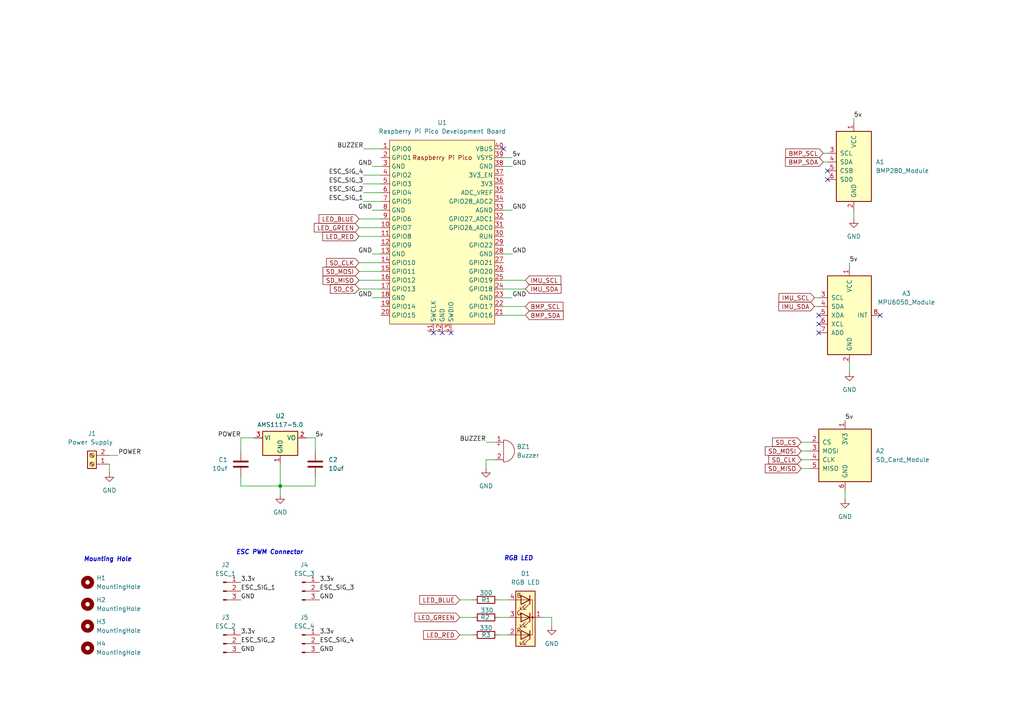
<source format=kicad_sch>
(kicad_sch
	(version 20231120)
	(generator "eeschema")
	(generator_version "8.0")
	(uuid "47759924-adc7-43b5-862a-0526d85d3786")
	(paper "A4")
	(title_block
		(title "Flight Controller")
		(date "2024-06-21")
		(rev "v0.1")
		(company "SYEED MOHD AMEEN")
	)
	(lib_symbols
		(symbol "Charleslabs_Parts:BMP280_Module"
			(pin_names
				(offset 1.016)
			)
			(exclude_from_sim no)
			(in_bom yes)
			(on_board yes)
			(property "Reference" "A"
				(at -5.08 11.43 0)
				(effects
					(font
						(size 1.27 1.27)
					)
				)
			)
			(property "Value" "BMP280_Module"
				(at 8.89 11.43 0)
				(effects
					(font
						(size 1.27 1.27)
					)
				)
			)
			(property "Footprint" "Charleslabs_Parts:BMP280_Module"
				(at 21.59 6.35 0)
				(effects
					(font
						(size 1.27 1.27)
					)
					(hide yes)
				)
			)
			(property "Datasheet" ""
				(at -5.08 11.43 0)
				(effects
					(font
						(size 1.27 1.27)
					)
					(hide yes)
				)
			)
			(property "Description" ""
				(at 0 0 0)
				(effects
					(font
						(size 1.27 1.27)
					)
					(hide yes)
				)
			)
			(symbol "BMP280_Module_0_1"
				(rectangle
					(start -5.08 10.16)
					(end 5.08 -10.16)
					(stroke
						(width 0.254)
						(type solid)
					)
					(fill
						(type background)
					)
				)
			)
			(symbol "BMP280_Module_1_1"
				(pin power_in line
					(at 0 12.7 270)
					(length 2.54)
					(name "VCC"
						(effects
							(font
								(size 1.27 1.27)
							)
						)
					)
					(number "1"
						(effects
							(font
								(size 1.27 1.27)
							)
						)
					)
				)
				(pin power_in line
					(at 0 -12.7 90)
					(length 2.54)
					(name "GND"
						(effects
							(font
								(size 1.27 1.27)
							)
						)
					)
					(number "2"
						(effects
							(font
								(size 1.27 1.27)
							)
						)
					)
				)
				(pin input line
					(at -7.62 3.81 0)
					(length 2.54)
					(name "SCL"
						(effects
							(font
								(size 1.27 1.27)
							)
						)
					)
					(number "3"
						(effects
							(font
								(size 1.27 1.27)
							)
						)
					)
				)
				(pin bidirectional line
					(at -7.62 1.27 0)
					(length 2.54)
					(name "SDA"
						(effects
							(font
								(size 1.27 1.27)
							)
						)
					)
					(number "4"
						(effects
							(font
								(size 1.27 1.27)
							)
						)
					)
				)
				(pin input line
					(at -7.62 -1.27 0)
					(length 2.54)
					(name "CSB"
						(effects
							(font
								(size 1.27 1.27)
							)
						)
					)
					(number "5"
						(effects
							(font
								(size 1.27 1.27)
							)
						)
					)
				)
				(pin input line
					(at -7.62 -3.81 0)
					(length 2.54)
					(name "SD0"
						(effects
							(font
								(size 1.27 1.27)
							)
						)
					)
					(number "6"
						(effects
							(font
								(size 1.27 1.27)
							)
						)
					)
				)
			)
		)
		(symbol "Charleslabs_Parts:MPU6050_Module"
			(pin_names
				(offset 1.016)
			)
			(exclude_from_sim no)
			(in_bom yes)
			(on_board yes)
			(property "Reference" "A"
				(at -5.08 12.7 0)
				(effects
					(font
						(size 1.27 1.27)
					)
				)
			)
			(property "Value" "MPU6050_Module"
				(at 8.89 12.7 0)
				(effects
					(font
						(size 1.27 1.27)
					)
				)
			)
			(property "Footprint" "Charleslabs_Parts:MPU6050_Module"
				(at 24.13 10.16 0)
				(effects
					(font
						(size 1.27 1.27)
					)
					(hide yes)
				)
			)
			(property "Datasheet" ""
				(at -6.35 11.43 0)
				(effects
					(font
						(size 1.27 1.27)
					)
					(hide yes)
				)
			)
			(property "Description" ""
				(at 0 0 0)
				(effects
					(font
						(size 1.27 1.27)
					)
					(hide yes)
				)
			)
			(symbol "MPU6050_Module_0_1"
				(rectangle
					(start -6.35 11.43)
					(end 6.35 -11.43)
					(stroke
						(width 0.254)
						(type solid)
					)
					(fill
						(type background)
					)
				)
			)
			(symbol "MPU6050_Module_1_1"
				(pin power_in line
					(at 0 13.97 270)
					(length 2.54)
					(name "VCC"
						(effects
							(font
								(size 1.27 1.27)
							)
						)
					)
					(number "1"
						(effects
							(font
								(size 1.27 1.27)
							)
						)
					)
				)
				(pin power_in line
					(at 0 -13.97 90)
					(length 2.54)
					(name "GND"
						(effects
							(font
								(size 1.27 1.27)
							)
						)
					)
					(number "2"
						(effects
							(font
								(size 1.27 1.27)
							)
						)
					)
				)
				(pin input line
					(at -8.89 5.08 0)
					(length 2.54)
					(name "SCL"
						(effects
							(font
								(size 1.27 1.27)
							)
						)
					)
					(number "3"
						(effects
							(font
								(size 1.27 1.27)
							)
						)
					)
				)
				(pin input line
					(at -8.89 2.54 0)
					(length 2.54)
					(name "SDA"
						(effects
							(font
								(size 1.27 1.27)
							)
						)
					)
					(number "4"
						(effects
							(font
								(size 1.27 1.27)
							)
						)
					)
				)
				(pin input line
					(at -8.89 0 0)
					(length 2.54)
					(name "XDA"
						(effects
							(font
								(size 1.27 1.27)
							)
						)
					)
					(number "5"
						(effects
							(font
								(size 1.27 1.27)
							)
						)
					)
				)
				(pin input line
					(at -8.89 -2.54 0)
					(length 2.54)
					(name "XCL"
						(effects
							(font
								(size 1.27 1.27)
							)
						)
					)
					(number "6"
						(effects
							(font
								(size 1.27 1.27)
							)
						)
					)
				)
				(pin input line
					(at -8.89 -5.08 0)
					(length 2.54)
					(name "AD0"
						(effects
							(font
								(size 1.27 1.27)
							)
						)
					)
					(number "7"
						(effects
							(font
								(size 1.27 1.27)
							)
						)
					)
				)
				(pin output line
					(at 8.89 0 180)
					(length 2.54)
					(name "INT"
						(effects
							(font
								(size 1.27 1.27)
							)
						)
					)
					(number "8"
						(effects
							(font
								(size 1.27 1.27)
							)
						)
					)
				)
			)
		)
		(symbol "Charleslabs_Parts:SD_Card_Module"
			(pin_names
				(offset 1.016)
			)
			(exclude_from_sim no)
			(in_bom yes)
			(on_board yes)
			(property "Reference" "A"
				(at -7.62 10.16 0)
				(effects
					(font
						(size 1.27 1.27)
					)
				)
			)
			(property "Value" "SD_Card_Module"
				(at 10.16 10.16 0)
				(effects
					(font
						(size 1.27 1.27)
					)
				)
			)
			(property "Footprint" "Charleslabs_Parts:SD_Card_Module"
				(at 24.13 1.27 0)
				(effects
					(font
						(size 1.27 1.27)
					)
					(hide yes)
				)
			)
			(property "Datasheet" ""
				(at -7.62 8.89 0)
				(effects
					(font
						(size 1.27 1.27)
					)
					(hide yes)
				)
			)
			(property "Description" ""
				(at 0 0 0)
				(effects
					(font
						(size 1.27 1.27)
					)
					(hide yes)
				)
			)
			(symbol "SD_Card_Module_0_1"
				(rectangle
					(start -7.62 7.62)
					(end 7.62 -7.62)
					(stroke
						(width 0.254)
						(type solid)
					)
					(fill
						(type background)
					)
				)
			)
			(symbol "SD_Card_Module_1_1"
				(pin power_in line
					(at 0 10.16 270)
					(length 2.54)
					(name "3V3"
						(effects
							(font
								(size 1.27 1.27)
							)
						)
					)
					(number "1"
						(effects
							(font
								(size 1.27 1.27)
							)
						)
					)
				)
				(pin input line
					(at -10.16 3.81 0)
					(length 2.54)
					(name "CS"
						(effects
							(font
								(size 1.27 1.27)
							)
						)
					)
					(number "2"
						(effects
							(font
								(size 1.27 1.27)
							)
						)
					)
				)
				(pin input line
					(at -10.16 1.27 0)
					(length 2.54)
					(name "MOSI"
						(effects
							(font
								(size 1.27 1.27)
							)
						)
					)
					(number "3"
						(effects
							(font
								(size 1.27 1.27)
							)
						)
					)
				)
				(pin input line
					(at -10.16 -1.27 0)
					(length 2.54)
					(name "CLK"
						(effects
							(font
								(size 1.27 1.27)
							)
						)
					)
					(number "4"
						(effects
							(font
								(size 1.27 1.27)
							)
						)
					)
				)
				(pin output line
					(at -10.16 -3.81 0)
					(length 2.54)
					(name "MISO"
						(effects
							(font
								(size 1.27 1.27)
							)
						)
					)
					(number "5"
						(effects
							(font
								(size 1.27 1.27)
							)
						)
					)
				)
				(pin power_in line
					(at 0 -10.16 90)
					(length 2.54)
					(name "GND"
						(effects
							(font
								(size 1.27 1.27)
							)
						)
					)
					(number "6"
						(effects
							(font
								(size 1.27 1.27)
							)
						)
					)
				)
			)
		)
		(symbol "Connector:Conn_01x03_Pin"
			(pin_names
				(offset 1.016) hide)
			(exclude_from_sim no)
			(in_bom yes)
			(on_board yes)
			(property "Reference" "J"
				(at 0 5.08 0)
				(effects
					(font
						(size 1.27 1.27)
					)
				)
			)
			(property "Value" "Conn_01x03_Pin"
				(at 0 -5.08 0)
				(effects
					(font
						(size 1.27 1.27)
					)
				)
			)
			(property "Footprint" ""
				(at 0 0 0)
				(effects
					(font
						(size 1.27 1.27)
					)
					(hide yes)
				)
			)
			(property "Datasheet" "~"
				(at 0 0 0)
				(effects
					(font
						(size 1.27 1.27)
					)
					(hide yes)
				)
			)
			(property "Description" "Generic connector, single row, 01x03, script generated"
				(at 0 0 0)
				(effects
					(font
						(size 1.27 1.27)
					)
					(hide yes)
				)
			)
			(property "ki_locked" ""
				(at 0 0 0)
				(effects
					(font
						(size 1.27 1.27)
					)
				)
			)
			(property "ki_keywords" "connector"
				(at 0 0 0)
				(effects
					(font
						(size 1.27 1.27)
					)
					(hide yes)
				)
			)
			(property "ki_fp_filters" "Connector*:*_1x??_*"
				(at 0 0 0)
				(effects
					(font
						(size 1.27 1.27)
					)
					(hide yes)
				)
			)
			(symbol "Conn_01x03_Pin_1_1"
				(polyline
					(pts
						(xy 1.27 -2.54) (xy 0.8636 -2.54)
					)
					(stroke
						(width 0.1524)
						(type default)
					)
					(fill
						(type none)
					)
				)
				(polyline
					(pts
						(xy 1.27 0) (xy 0.8636 0)
					)
					(stroke
						(width 0.1524)
						(type default)
					)
					(fill
						(type none)
					)
				)
				(polyline
					(pts
						(xy 1.27 2.54) (xy 0.8636 2.54)
					)
					(stroke
						(width 0.1524)
						(type default)
					)
					(fill
						(type none)
					)
				)
				(rectangle
					(start 0.8636 -2.413)
					(end 0 -2.667)
					(stroke
						(width 0.1524)
						(type default)
					)
					(fill
						(type outline)
					)
				)
				(rectangle
					(start 0.8636 0.127)
					(end 0 -0.127)
					(stroke
						(width 0.1524)
						(type default)
					)
					(fill
						(type outline)
					)
				)
				(rectangle
					(start 0.8636 2.667)
					(end 0 2.413)
					(stroke
						(width 0.1524)
						(type default)
					)
					(fill
						(type outline)
					)
				)
				(pin passive line
					(at 5.08 2.54 180)
					(length 3.81)
					(name "Pin_1"
						(effects
							(font
								(size 1.27 1.27)
							)
						)
					)
					(number "1"
						(effects
							(font
								(size 1.27 1.27)
							)
						)
					)
				)
				(pin passive line
					(at 5.08 0 180)
					(length 3.81)
					(name "Pin_2"
						(effects
							(font
								(size 1.27 1.27)
							)
						)
					)
					(number "2"
						(effects
							(font
								(size 1.27 1.27)
							)
						)
					)
				)
				(pin passive line
					(at 5.08 -2.54 180)
					(length 3.81)
					(name "Pin_3"
						(effects
							(font
								(size 1.27 1.27)
							)
						)
					)
					(number "3"
						(effects
							(font
								(size 1.27 1.27)
							)
						)
					)
				)
			)
		)
		(symbol "Connector:Screw_Terminal_01x02"
			(pin_names
				(offset 1.016) hide)
			(exclude_from_sim no)
			(in_bom yes)
			(on_board yes)
			(property "Reference" "J"
				(at 0 2.54 0)
				(effects
					(font
						(size 1.27 1.27)
					)
				)
			)
			(property "Value" "Screw_Terminal_01x02"
				(at 0 -5.08 0)
				(effects
					(font
						(size 1.27 1.27)
					)
				)
			)
			(property "Footprint" ""
				(at 0 0 0)
				(effects
					(font
						(size 1.27 1.27)
					)
					(hide yes)
				)
			)
			(property "Datasheet" "~"
				(at 0 0 0)
				(effects
					(font
						(size 1.27 1.27)
					)
					(hide yes)
				)
			)
			(property "Description" "Generic screw terminal, single row, 01x02, script generated (kicad-library-utils/schlib/autogen/connector/)"
				(at 0 0 0)
				(effects
					(font
						(size 1.27 1.27)
					)
					(hide yes)
				)
			)
			(property "ki_keywords" "screw terminal"
				(at 0 0 0)
				(effects
					(font
						(size 1.27 1.27)
					)
					(hide yes)
				)
			)
			(property "ki_fp_filters" "TerminalBlock*:*"
				(at 0 0 0)
				(effects
					(font
						(size 1.27 1.27)
					)
					(hide yes)
				)
			)
			(symbol "Screw_Terminal_01x02_1_1"
				(rectangle
					(start -1.27 1.27)
					(end 1.27 -3.81)
					(stroke
						(width 0.254)
						(type default)
					)
					(fill
						(type background)
					)
				)
				(circle
					(center 0 -2.54)
					(radius 0.635)
					(stroke
						(width 0.1524)
						(type default)
					)
					(fill
						(type none)
					)
				)
				(polyline
					(pts
						(xy -0.5334 -2.2098) (xy 0.3302 -3.048)
					)
					(stroke
						(width 0.1524)
						(type default)
					)
					(fill
						(type none)
					)
				)
				(polyline
					(pts
						(xy -0.5334 0.3302) (xy 0.3302 -0.508)
					)
					(stroke
						(width 0.1524)
						(type default)
					)
					(fill
						(type none)
					)
				)
				(polyline
					(pts
						(xy -0.3556 -2.032) (xy 0.508 -2.8702)
					)
					(stroke
						(width 0.1524)
						(type default)
					)
					(fill
						(type none)
					)
				)
				(polyline
					(pts
						(xy -0.3556 0.508) (xy 0.508 -0.3302)
					)
					(stroke
						(width 0.1524)
						(type default)
					)
					(fill
						(type none)
					)
				)
				(circle
					(center 0 0)
					(radius 0.635)
					(stroke
						(width 0.1524)
						(type default)
					)
					(fill
						(type none)
					)
				)
				(pin passive line
					(at -5.08 0 0)
					(length 3.81)
					(name "Pin_1"
						(effects
							(font
								(size 1.27 1.27)
							)
						)
					)
					(number "1"
						(effects
							(font
								(size 1.27 1.27)
							)
						)
					)
				)
				(pin passive line
					(at -5.08 -2.54 0)
					(length 3.81)
					(name "Pin_2"
						(effects
							(font
								(size 1.27 1.27)
							)
						)
					)
					(number "2"
						(effects
							(font
								(size 1.27 1.27)
							)
						)
					)
				)
			)
		)
		(symbol "Device:Buzzer"
			(pin_names
				(offset 0.0254) hide)
			(exclude_from_sim no)
			(in_bom yes)
			(on_board yes)
			(property "Reference" "BZ"
				(at 3.81 1.27 0)
				(effects
					(font
						(size 1.27 1.27)
					)
					(justify left)
				)
			)
			(property "Value" "Buzzer"
				(at 3.81 -1.27 0)
				(effects
					(font
						(size 1.27 1.27)
					)
					(justify left)
				)
			)
			(property "Footprint" ""
				(at -0.635 2.54 90)
				(effects
					(font
						(size 1.27 1.27)
					)
					(hide yes)
				)
			)
			(property "Datasheet" "~"
				(at -0.635 2.54 90)
				(effects
					(font
						(size 1.27 1.27)
					)
					(hide yes)
				)
			)
			(property "Description" "Buzzer, polarized"
				(at 0 0 0)
				(effects
					(font
						(size 1.27 1.27)
					)
					(hide yes)
				)
			)
			(property "ki_keywords" "quartz resonator ceramic"
				(at 0 0 0)
				(effects
					(font
						(size 1.27 1.27)
					)
					(hide yes)
				)
			)
			(property "ki_fp_filters" "*Buzzer*"
				(at 0 0 0)
				(effects
					(font
						(size 1.27 1.27)
					)
					(hide yes)
				)
			)
			(symbol "Buzzer_0_1"
				(arc
					(start 0 -3.175)
					(mid 3.1612 0)
					(end 0 3.175)
					(stroke
						(width 0)
						(type default)
					)
					(fill
						(type none)
					)
				)
				(polyline
					(pts
						(xy -1.651 1.905) (xy -1.143 1.905)
					)
					(stroke
						(width 0)
						(type default)
					)
					(fill
						(type none)
					)
				)
				(polyline
					(pts
						(xy -1.397 2.159) (xy -1.397 1.651)
					)
					(stroke
						(width 0)
						(type default)
					)
					(fill
						(type none)
					)
				)
				(polyline
					(pts
						(xy 0 3.175) (xy 0 -3.175)
					)
					(stroke
						(width 0)
						(type default)
					)
					(fill
						(type none)
					)
				)
			)
			(symbol "Buzzer_1_1"
				(pin passive line
					(at -2.54 2.54 0)
					(length 2.54)
					(name "+"
						(effects
							(font
								(size 1.27 1.27)
							)
						)
					)
					(number "1"
						(effects
							(font
								(size 1.27 1.27)
							)
						)
					)
				)
				(pin passive line
					(at -2.54 -2.54 0)
					(length 2.54)
					(name "-"
						(effects
							(font
								(size 1.27 1.27)
							)
						)
					)
					(number "2"
						(effects
							(font
								(size 1.27 1.27)
							)
						)
					)
				)
			)
		)
		(symbol "Device:C"
			(pin_numbers hide)
			(pin_names
				(offset 0.254)
			)
			(exclude_from_sim no)
			(in_bom yes)
			(on_board yes)
			(property "Reference" "C"
				(at 0.635 2.54 0)
				(effects
					(font
						(size 1.27 1.27)
					)
					(justify left)
				)
			)
			(property "Value" "C"
				(at 0.635 -2.54 0)
				(effects
					(font
						(size 1.27 1.27)
					)
					(justify left)
				)
			)
			(property "Footprint" ""
				(at 0.9652 -3.81 0)
				(effects
					(font
						(size 1.27 1.27)
					)
					(hide yes)
				)
			)
			(property "Datasheet" "~"
				(at 0 0 0)
				(effects
					(font
						(size 1.27 1.27)
					)
					(hide yes)
				)
			)
			(property "Description" "Unpolarized capacitor"
				(at 0 0 0)
				(effects
					(font
						(size 1.27 1.27)
					)
					(hide yes)
				)
			)
			(property "ki_keywords" "cap capacitor"
				(at 0 0 0)
				(effects
					(font
						(size 1.27 1.27)
					)
					(hide yes)
				)
			)
			(property "ki_fp_filters" "C_*"
				(at 0 0 0)
				(effects
					(font
						(size 1.27 1.27)
					)
					(hide yes)
				)
			)
			(symbol "C_0_1"
				(polyline
					(pts
						(xy -2.032 -0.762) (xy 2.032 -0.762)
					)
					(stroke
						(width 0.508)
						(type default)
					)
					(fill
						(type none)
					)
				)
				(polyline
					(pts
						(xy -2.032 0.762) (xy 2.032 0.762)
					)
					(stroke
						(width 0.508)
						(type default)
					)
					(fill
						(type none)
					)
				)
			)
			(symbol "C_1_1"
				(pin passive line
					(at 0 3.81 270)
					(length 2.794)
					(name "~"
						(effects
							(font
								(size 1.27 1.27)
							)
						)
					)
					(number "1"
						(effects
							(font
								(size 1.27 1.27)
							)
						)
					)
				)
				(pin passive line
					(at 0 -3.81 90)
					(length 2.794)
					(name "~"
						(effects
							(font
								(size 1.27 1.27)
							)
						)
					)
					(number "2"
						(effects
							(font
								(size 1.27 1.27)
							)
						)
					)
				)
			)
		)
		(symbol "Device:LED_KRGB"
			(pin_names
				(offset 0) hide)
			(exclude_from_sim no)
			(in_bom yes)
			(on_board yes)
			(property "Reference" "D"
				(at 0 9.398 0)
				(effects
					(font
						(size 1.27 1.27)
					)
				)
			)
			(property "Value" "LED_KRGB"
				(at 0 -8.89 0)
				(effects
					(font
						(size 1.27 1.27)
					)
				)
			)
			(property "Footprint" ""
				(at 0 -1.27 0)
				(effects
					(font
						(size 1.27 1.27)
					)
					(hide yes)
				)
			)
			(property "Datasheet" "~"
				(at 0 -1.27 0)
				(effects
					(font
						(size 1.27 1.27)
					)
					(hide yes)
				)
			)
			(property "Description" "RGB LED, cathode/red/green/blue"
				(at 0 0 0)
				(effects
					(font
						(size 1.27 1.27)
					)
					(hide yes)
				)
			)
			(property "ki_keywords" "LED RGB diode"
				(at 0 0 0)
				(effects
					(font
						(size 1.27 1.27)
					)
					(hide yes)
				)
			)
			(property "ki_fp_filters" "LED* LED_SMD:* LED_THT:*"
				(at 0 0 0)
				(effects
					(font
						(size 1.27 1.27)
					)
					(hide yes)
				)
			)
			(symbol "LED_KRGB_0_0"
				(text "B"
					(at 1.905 -6.35 0)
					(effects
						(font
							(size 1.27 1.27)
						)
					)
				)
				(text "G"
					(at 1.905 -1.27 0)
					(effects
						(font
							(size 1.27 1.27)
						)
					)
				)
				(text "R"
					(at 1.905 3.81 0)
					(effects
						(font
							(size 1.27 1.27)
						)
					)
				)
			)
			(symbol "LED_KRGB_0_1"
				(circle
					(center -2.032 0)
					(radius 0.254)
					(stroke
						(width 0)
						(type default)
					)
					(fill
						(type outline)
					)
				)
				(polyline
					(pts
						(xy -1.27 -5.08) (xy 1.27 -5.08)
					)
					(stroke
						(width 0)
						(type default)
					)
					(fill
						(type none)
					)
				)
				(polyline
					(pts
						(xy -1.27 -3.81) (xy -1.27 -6.35)
					)
					(stroke
						(width 0.254)
						(type default)
					)
					(fill
						(type none)
					)
				)
				(polyline
					(pts
						(xy -1.27 0) (xy -2.54 0)
					)
					(stroke
						(width 0)
						(type default)
					)
					(fill
						(type none)
					)
				)
				(polyline
					(pts
						(xy -1.27 1.27) (xy -1.27 -1.27)
					)
					(stroke
						(width 0.254)
						(type default)
					)
					(fill
						(type none)
					)
				)
				(polyline
					(pts
						(xy -1.27 5.08) (xy 1.27 5.08)
					)
					(stroke
						(width 0)
						(type default)
					)
					(fill
						(type none)
					)
				)
				(polyline
					(pts
						(xy -1.27 6.35) (xy -1.27 3.81)
					)
					(stroke
						(width 0.254)
						(type default)
					)
					(fill
						(type none)
					)
				)
				(polyline
					(pts
						(xy 1.27 -5.08) (xy 2.54 -5.08)
					)
					(stroke
						(width 0)
						(type default)
					)
					(fill
						(type none)
					)
				)
				(polyline
					(pts
						(xy 1.27 0) (xy -1.27 0)
					)
					(stroke
						(width 0)
						(type default)
					)
					(fill
						(type none)
					)
				)
				(polyline
					(pts
						(xy 1.27 0) (xy 2.54 0)
					)
					(stroke
						(width 0)
						(type default)
					)
					(fill
						(type none)
					)
				)
				(polyline
					(pts
						(xy 1.27 5.08) (xy 2.54 5.08)
					)
					(stroke
						(width 0)
						(type default)
					)
					(fill
						(type none)
					)
				)
				(polyline
					(pts
						(xy -1.27 1.27) (xy -1.27 -1.27) (xy -1.27 -1.27)
					)
					(stroke
						(width 0)
						(type default)
					)
					(fill
						(type none)
					)
				)
				(polyline
					(pts
						(xy -1.27 6.35) (xy -1.27 3.81) (xy -1.27 3.81)
					)
					(stroke
						(width 0)
						(type default)
					)
					(fill
						(type none)
					)
				)
				(polyline
					(pts
						(xy -1.27 5.08) (xy -2.032 5.08) (xy -2.032 -5.08) (xy -1.016 -5.08)
					)
					(stroke
						(width 0)
						(type default)
					)
					(fill
						(type none)
					)
				)
				(polyline
					(pts
						(xy 1.27 -3.81) (xy 1.27 -6.35) (xy -1.27 -5.08) (xy 1.27 -3.81)
					)
					(stroke
						(width 0.254)
						(type default)
					)
					(fill
						(type none)
					)
				)
				(polyline
					(pts
						(xy 1.27 1.27) (xy 1.27 -1.27) (xy -1.27 0) (xy 1.27 1.27)
					)
					(stroke
						(width 0.254)
						(type default)
					)
					(fill
						(type none)
					)
				)
				(polyline
					(pts
						(xy 1.27 6.35) (xy 1.27 3.81) (xy -1.27 5.08) (xy 1.27 6.35)
					)
					(stroke
						(width 0.254)
						(type default)
					)
					(fill
						(type none)
					)
				)
				(polyline
					(pts
						(xy -1.016 -3.81) (xy 0.508 -2.286) (xy -0.254 -2.286) (xy 0.508 -2.286) (xy 0.508 -3.048)
					)
					(stroke
						(width 0)
						(type default)
					)
					(fill
						(type none)
					)
				)
				(polyline
					(pts
						(xy -1.016 1.27) (xy 0.508 2.794) (xy -0.254 2.794) (xy 0.508 2.794) (xy 0.508 2.032)
					)
					(stroke
						(width 0)
						(type default)
					)
					(fill
						(type none)
					)
				)
				(polyline
					(pts
						(xy -1.016 6.35) (xy 0.508 7.874) (xy -0.254 7.874) (xy 0.508 7.874) (xy 0.508 7.112)
					)
					(stroke
						(width 0)
						(type default)
					)
					(fill
						(type none)
					)
				)
				(polyline
					(pts
						(xy 0 -3.81) (xy 1.524 -2.286) (xy 0.762 -2.286) (xy 1.524 -2.286) (xy 1.524 -3.048)
					)
					(stroke
						(width 0)
						(type default)
					)
					(fill
						(type none)
					)
				)
				(polyline
					(pts
						(xy 0 1.27) (xy 1.524 2.794) (xy 0.762 2.794) (xy 1.524 2.794) (xy 1.524 2.032)
					)
					(stroke
						(width 0)
						(type default)
					)
					(fill
						(type none)
					)
				)
				(polyline
					(pts
						(xy 0 6.35) (xy 1.524 7.874) (xy 0.762 7.874) (xy 1.524 7.874) (xy 1.524 7.112)
					)
					(stroke
						(width 0)
						(type default)
					)
					(fill
						(type none)
					)
				)
				(rectangle
					(start 1.27 -1.27)
					(end 1.27 1.27)
					(stroke
						(width 0)
						(type default)
					)
					(fill
						(type none)
					)
				)
				(rectangle
					(start 1.27 1.27)
					(end 1.27 1.27)
					(stroke
						(width 0)
						(type default)
					)
					(fill
						(type none)
					)
				)
				(rectangle
					(start 1.27 3.81)
					(end 1.27 6.35)
					(stroke
						(width 0)
						(type default)
					)
					(fill
						(type none)
					)
				)
				(rectangle
					(start 1.27 6.35)
					(end 1.27 6.35)
					(stroke
						(width 0)
						(type default)
					)
					(fill
						(type none)
					)
				)
				(rectangle
					(start 2.794 8.382)
					(end -2.794 -7.62)
					(stroke
						(width 0.254)
						(type default)
					)
					(fill
						(type background)
					)
				)
			)
			(symbol "LED_KRGB_1_1"
				(pin passive line
					(at -5.08 0 0)
					(length 2.54)
					(name "K"
						(effects
							(font
								(size 1.27 1.27)
							)
						)
					)
					(number "1"
						(effects
							(font
								(size 1.27 1.27)
							)
						)
					)
				)
				(pin passive line
					(at 5.08 5.08 180)
					(length 2.54)
					(name "RA"
						(effects
							(font
								(size 1.27 1.27)
							)
						)
					)
					(number "2"
						(effects
							(font
								(size 1.27 1.27)
							)
						)
					)
				)
				(pin passive line
					(at 5.08 0 180)
					(length 2.54)
					(name "GA"
						(effects
							(font
								(size 1.27 1.27)
							)
						)
					)
					(number "3"
						(effects
							(font
								(size 1.27 1.27)
							)
						)
					)
				)
				(pin passive line
					(at 5.08 -5.08 180)
					(length 2.54)
					(name "BA"
						(effects
							(font
								(size 1.27 1.27)
							)
						)
					)
					(number "4"
						(effects
							(font
								(size 1.27 1.27)
							)
						)
					)
				)
			)
		)
		(symbol "Device:R"
			(pin_numbers hide)
			(pin_names
				(offset 0)
			)
			(exclude_from_sim no)
			(in_bom yes)
			(on_board yes)
			(property "Reference" "R"
				(at 2.032 0 90)
				(effects
					(font
						(size 1.27 1.27)
					)
				)
			)
			(property "Value" "R"
				(at 0 0 90)
				(effects
					(font
						(size 1.27 1.27)
					)
				)
			)
			(property "Footprint" ""
				(at -1.778 0 90)
				(effects
					(font
						(size 1.27 1.27)
					)
					(hide yes)
				)
			)
			(property "Datasheet" "~"
				(at 0 0 0)
				(effects
					(font
						(size 1.27 1.27)
					)
					(hide yes)
				)
			)
			(property "Description" "Resistor"
				(at 0 0 0)
				(effects
					(font
						(size 1.27 1.27)
					)
					(hide yes)
				)
			)
			(property "ki_keywords" "R res resistor"
				(at 0 0 0)
				(effects
					(font
						(size 1.27 1.27)
					)
					(hide yes)
				)
			)
			(property "ki_fp_filters" "R_*"
				(at 0 0 0)
				(effects
					(font
						(size 1.27 1.27)
					)
					(hide yes)
				)
			)
			(symbol "R_0_1"
				(rectangle
					(start -1.016 -2.54)
					(end 1.016 2.54)
					(stroke
						(width 0.254)
						(type default)
					)
					(fill
						(type none)
					)
				)
			)
			(symbol "R_1_1"
				(pin passive line
					(at 0 3.81 270)
					(length 1.27)
					(name "~"
						(effects
							(font
								(size 1.27 1.27)
							)
						)
					)
					(number "1"
						(effects
							(font
								(size 1.27 1.27)
							)
						)
					)
				)
				(pin passive line
					(at 0 -3.81 90)
					(length 1.27)
					(name "~"
						(effects
							(font
								(size 1.27 1.27)
							)
						)
					)
					(number "2"
						(effects
							(font
								(size 1.27 1.27)
							)
						)
					)
				)
			)
		)
		(symbol "MCU_RaspberryPi_and_Boards:Pico"
			(exclude_from_sim no)
			(in_bom yes)
			(on_board yes)
			(property "Reference" "U"
				(at -13.97 27.94 0)
				(effects
					(font
						(size 1.27 1.27)
					)
				)
			)
			(property "Value" "Pico"
				(at 0 19.05 0)
				(effects
					(font
						(size 1.27 1.27)
					)
				)
			)
			(property "Footprint" "RPi_Pico:RPi_Pico_SMD_TH"
				(at 0 0 90)
				(effects
					(font
						(size 1.27 1.27)
					)
					(hide yes)
				)
			)
			(property "Datasheet" ""
				(at 0 0 0)
				(effects
					(font
						(size 1.27 1.27)
					)
					(hide yes)
				)
			)
			(property "Description" ""
				(at 0 0 0)
				(effects
					(font
						(size 1.27 1.27)
					)
					(hide yes)
				)
			)
			(symbol "Pico_0_0"
				(text "Raspberry Pi Pico"
					(at 0 21.59 0)
					(effects
						(font
							(size 1.27 1.27)
						)
					)
				)
			)
			(symbol "Pico_0_1"
				(rectangle
					(start -15.24 26.67)
					(end 15.24 -26.67)
					(stroke
						(width 0)
						(type default)
					)
					(fill
						(type background)
					)
				)
			)
			(symbol "Pico_1_1"
				(pin bidirectional line
					(at -17.78 24.13 0)
					(length 2.54)
					(name "GPIO0"
						(effects
							(font
								(size 1.27 1.27)
							)
						)
					)
					(number "1"
						(effects
							(font
								(size 1.27 1.27)
							)
						)
					)
				)
				(pin bidirectional line
					(at -17.78 1.27 0)
					(length 2.54)
					(name "GPIO7"
						(effects
							(font
								(size 1.27 1.27)
							)
						)
					)
					(number "10"
						(effects
							(font
								(size 1.27 1.27)
							)
						)
					)
				)
				(pin bidirectional line
					(at -17.78 -1.27 0)
					(length 2.54)
					(name "GPIO8"
						(effects
							(font
								(size 1.27 1.27)
							)
						)
					)
					(number "11"
						(effects
							(font
								(size 1.27 1.27)
							)
						)
					)
				)
				(pin bidirectional line
					(at -17.78 -3.81 0)
					(length 2.54)
					(name "GPIO9"
						(effects
							(font
								(size 1.27 1.27)
							)
						)
					)
					(number "12"
						(effects
							(font
								(size 1.27 1.27)
							)
						)
					)
				)
				(pin power_in line
					(at -17.78 -6.35 0)
					(length 2.54)
					(name "GND"
						(effects
							(font
								(size 1.27 1.27)
							)
						)
					)
					(number "13"
						(effects
							(font
								(size 1.27 1.27)
							)
						)
					)
				)
				(pin bidirectional line
					(at -17.78 -8.89 0)
					(length 2.54)
					(name "GPIO10"
						(effects
							(font
								(size 1.27 1.27)
							)
						)
					)
					(number "14"
						(effects
							(font
								(size 1.27 1.27)
							)
						)
					)
				)
				(pin bidirectional line
					(at -17.78 -11.43 0)
					(length 2.54)
					(name "GPIO11"
						(effects
							(font
								(size 1.27 1.27)
							)
						)
					)
					(number "15"
						(effects
							(font
								(size 1.27 1.27)
							)
						)
					)
				)
				(pin bidirectional line
					(at -17.78 -13.97 0)
					(length 2.54)
					(name "GPIO12"
						(effects
							(font
								(size 1.27 1.27)
							)
						)
					)
					(number "16"
						(effects
							(font
								(size 1.27 1.27)
							)
						)
					)
				)
				(pin bidirectional line
					(at -17.78 -16.51 0)
					(length 2.54)
					(name "GPIO13"
						(effects
							(font
								(size 1.27 1.27)
							)
						)
					)
					(number "17"
						(effects
							(font
								(size 1.27 1.27)
							)
						)
					)
				)
				(pin power_in line
					(at -17.78 -19.05 0)
					(length 2.54)
					(name "GND"
						(effects
							(font
								(size 1.27 1.27)
							)
						)
					)
					(number "18"
						(effects
							(font
								(size 1.27 1.27)
							)
						)
					)
				)
				(pin bidirectional line
					(at -17.78 -21.59 0)
					(length 2.54)
					(name "GPIO14"
						(effects
							(font
								(size 1.27 1.27)
							)
						)
					)
					(number "19"
						(effects
							(font
								(size 1.27 1.27)
							)
						)
					)
				)
				(pin bidirectional line
					(at -17.78 21.59 0)
					(length 2.54)
					(name "GPIO1"
						(effects
							(font
								(size 1.27 1.27)
							)
						)
					)
					(number "2"
						(effects
							(font
								(size 1.27 1.27)
							)
						)
					)
				)
				(pin bidirectional line
					(at -17.78 -24.13 0)
					(length 2.54)
					(name "GPIO15"
						(effects
							(font
								(size 1.27 1.27)
							)
						)
					)
					(number "20"
						(effects
							(font
								(size 1.27 1.27)
							)
						)
					)
				)
				(pin bidirectional line
					(at 17.78 -24.13 180)
					(length 2.54)
					(name "GPIO16"
						(effects
							(font
								(size 1.27 1.27)
							)
						)
					)
					(number "21"
						(effects
							(font
								(size 1.27 1.27)
							)
						)
					)
				)
				(pin bidirectional line
					(at 17.78 -21.59 180)
					(length 2.54)
					(name "GPIO17"
						(effects
							(font
								(size 1.27 1.27)
							)
						)
					)
					(number "22"
						(effects
							(font
								(size 1.27 1.27)
							)
						)
					)
				)
				(pin power_in line
					(at 17.78 -19.05 180)
					(length 2.54)
					(name "GND"
						(effects
							(font
								(size 1.27 1.27)
							)
						)
					)
					(number "23"
						(effects
							(font
								(size 1.27 1.27)
							)
						)
					)
				)
				(pin bidirectional line
					(at 17.78 -16.51 180)
					(length 2.54)
					(name "GPIO18"
						(effects
							(font
								(size 1.27 1.27)
							)
						)
					)
					(number "24"
						(effects
							(font
								(size 1.27 1.27)
							)
						)
					)
				)
				(pin bidirectional line
					(at 17.78 -13.97 180)
					(length 2.54)
					(name "GPIO19"
						(effects
							(font
								(size 1.27 1.27)
							)
						)
					)
					(number "25"
						(effects
							(font
								(size 1.27 1.27)
							)
						)
					)
				)
				(pin bidirectional line
					(at 17.78 -11.43 180)
					(length 2.54)
					(name "GPIO20"
						(effects
							(font
								(size 1.27 1.27)
							)
						)
					)
					(number "26"
						(effects
							(font
								(size 1.27 1.27)
							)
						)
					)
				)
				(pin bidirectional line
					(at 17.78 -8.89 180)
					(length 2.54)
					(name "GPIO21"
						(effects
							(font
								(size 1.27 1.27)
							)
						)
					)
					(number "27"
						(effects
							(font
								(size 1.27 1.27)
							)
						)
					)
				)
				(pin power_in line
					(at 17.78 -6.35 180)
					(length 2.54)
					(name "GND"
						(effects
							(font
								(size 1.27 1.27)
							)
						)
					)
					(number "28"
						(effects
							(font
								(size 1.27 1.27)
							)
						)
					)
				)
				(pin bidirectional line
					(at 17.78 -3.81 180)
					(length 2.54)
					(name "GPIO22"
						(effects
							(font
								(size 1.27 1.27)
							)
						)
					)
					(number "29"
						(effects
							(font
								(size 1.27 1.27)
							)
						)
					)
				)
				(pin power_in line
					(at -17.78 19.05 0)
					(length 2.54)
					(name "GND"
						(effects
							(font
								(size 1.27 1.27)
							)
						)
					)
					(number "3"
						(effects
							(font
								(size 1.27 1.27)
							)
						)
					)
				)
				(pin input line
					(at 17.78 -1.27 180)
					(length 2.54)
					(name "RUN"
						(effects
							(font
								(size 1.27 1.27)
							)
						)
					)
					(number "30"
						(effects
							(font
								(size 1.27 1.27)
							)
						)
					)
				)
				(pin bidirectional line
					(at 17.78 1.27 180)
					(length 2.54)
					(name "GPIO26_ADC0"
						(effects
							(font
								(size 1.27 1.27)
							)
						)
					)
					(number "31"
						(effects
							(font
								(size 1.27 1.27)
							)
						)
					)
				)
				(pin bidirectional line
					(at 17.78 3.81 180)
					(length 2.54)
					(name "GPIO27_ADC1"
						(effects
							(font
								(size 1.27 1.27)
							)
						)
					)
					(number "32"
						(effects
							(font
								(size 1.27 1.27)
							)
						)
					)
				)
				(pin power_in line
					(at 17.78 6.35 180)
					(length 2.54)
					(name "AGND"
						(effects
							(font
								(size 1.27 1.27)
							)
						)
					)
					(number "33"
						(effects
							(font
								(size 1.27 1.27)
							)
						)
					)
				)
				(pin bidirectional line
					(at 17.78 8.89 180)
					(length 2.54)
					(name "GPIO28_ADC2"
						(effects
							(font
								(size 1.27 1.27)
							)
						)
					)
					(number "34"
						(effects
							(font
								(size 1.27 1.27)
							)
						)
					)
				)
				(pin power_in line
					(at 17.78 11.43 180)
					(length 2.54)
					(name "ADC_VREF"
						(effects
							(font
								(size 1.27 1.27)
							)
						)
					)
					(number "35"
						(effects
							(font
								(size 1.27 1.27)
							)
						)
					)
				)
				(pin power_in line
					(at 17.78 13.97 180)
					(length 2.54)
					(name "3V3"
						(effects
							(font
								(size 1.27 1.27)
							)
						)
					)
					(number "36"
						(effects
							(font
								(size 1.27 1.27)
							)
						)
					)
				)
				(pin input line
					(at 17.78 16.51 180)
					(length 2.54)
					(name "3V3_EN"
						(effects
							(font
								(size 1.27 1.27)
							)
						)
					)
					(number "37"
						(effects
							(font
								(size 1.27 1.27)
							)
						)
					)
				)
				(pin bidirectional line
					(at 17.78 19.05 180)
					(length 2.54)
					(name "GND"
						(effects
							(font
								(size 1.27 1.27)
							)
						)
					)
					(number "38"
						(effects
							(font
								(size 1.27 1.27)
							)
						)
					)
				)
				(pin power_in line
					(at 17.78 21.59 180)
					(length 2.54)
					(name "VSYS"
						(effects
							(font
								(size 1.27 1.27)
							)
						)
					)
					(number "39"
						(effects
							(font
								(size 1.27 1.27)
							)
						)
					)
				)
				(pin bidirectional line
					(at -17.78 16.51 0)
					(length 2.54)
					(name "GPIO2"
						(effects
							(font
								(size 1.27 1.27)
							)
						)
					)
					(number "4"
						(effects
							(font
								(size 1.27 1.27)
							)
						)
					)
				)
				(pin power_in line
					(at 17.78 24.13 180)
					(length 2.54)
					(name "VBUS"
						(effects
							(font
								(size 1.27 1.27)
							)
						)
					)
					(number "40"
						(effects
							(font
								(size 1.27 1.27)
							)
						)
					)
				)
				(pin input line
					(at -2.54 -29.21 90)
					(length 2.54)
					(name "SWCLK"
						(effects
							(font
								(size 1.27 1.27)
							)
						)
					)
					(number "41"
						(effects
							(font
								(size 1.27 1.27)
							)
						)
					)
				)
				(pin power_in line
					(at 0 -29.21 90)
					(length 2.54)
					(name "GND"
						(effects
							(font
								(size 1.27 1.27)
							)
						)
					)
					(number "42"
						(effects
							(font
								(size 1.27 1.27)
							)
						)
					)
				)
				(pin bidirectional line
					(at 2.54 -29.21 90)
					(length 2.54)
					(name "SWDIO"
						(effects
							(font
								(size 1.27 1.27)
							)
						)
					)
					(number "43"
						(effects
							(font
								(size 1.27 1.27)
							)
						)
					)
				)
				(pin bidirectional line
					(at -17.78 13.97 0)
					(length 2.54)
					(name "GPIO3"
						(effects
							(font
								(size 1.27 1.27)
							)
						)
					)
					(number "5"
						(effects
							(font
								(size 1.27 1.27)
							)
						)
					)
				)
				(pin bidirectional line
					(at -17.78 11.43 0)
					(length 2.54)
					(name "GPIO4"
						(effects
							(font
								(size 1.27 1.27)
							)
						)
					)
					(number "6"
						(effects
							(font
								(size 1.27 1.27)
							)
						)
					)
				)
				(pin bidirectional line
					(at -17.78 8.89 0)
					(length 2.54)
					(name "GPIO5"
						(effects
							(font
								(size 1.27 1.27)
							)
						)
					)
					(number "7"
						(effects
							(font
								(size 1.27 1.27)
							)
						)
					)
				)
				(pin power_in line
					(at -17.78 6.35 0)
					(length 2.54)
					(name "GND"
						(effects
							(font
								(size 1.27 1.27)
							)
						)
					)
					(number "8"
						(effects
							(font
								(size 1.27 1.27)
							)
						)
					)
				)
				(pin bidirectional line
					(at -17.78 3.81 0)
					(length 2.54)
					(name "GPIO6"
						(effects
							(font
								(size 1.27 1.27)
							)
						)
					)
					(number "9"
						(effects
							(font
								(size 1.27 1.27)
							)
						)
					)
				)
			)
		)
		(symbol "Mechanical:MountingHole"
			(pin_names
				(offset 1.016)
			)
			(exclude_from_sim yes)
			(in_bom no)
			(on_board yes)
			(property "Reference" "H"
				(at 0 5.08 0)
				(effects
					(font
						(size 1.27 1.27)
					)
				)
			)
			(property "Value" "MountingHole"
				(at 0 3.175 0)
				(effects
					(font
						(size 1.27 1.27)
					)
				)
			)
			(property "Footprint" ""
				(at 0 0 0)
				(effects
					(font
						(size 1.27 1.27)
					)
					(hide yes)
				)
			)
			(property "Datasheet" "~"
				(at 0 0 0)
				(effects
					(font
						(size 1.27 1.27)
					)
					(hide yes)
				)
			)
			(property "Description" "Mounting Hole without connection"
				(at 0 0 0)
				(effects
					(font
						(size 1.27 1.27)
					)
					(hide yes)
				)
			)
			(property "ki_keywords" "mounting hole"
				(at 0 0 0)
				(effects
					(font
						(size 1.27 1.27)
					)
					(hide yes)
				)
			)
			(property "ki_fp_filters" "MountingHole*"
				(at 0 0 0)
				(effects
					(font
						(size 1.27 1.27)
					)
					(hide yes)
				)
			)
			(symbol "MountingHole_0_1"
				(circle
					(center 0 0)
					(radius 1.27)
					(stroke
						(width 1.27)
						(type default)
					)
					(fill
						(type none)
					)
				)
			)
		)
		(symbol "Regulator_Linear:AMS1117-5.0"
			(exclude_from_sim no)
			(in_bom yes)
			(on_board yes)
			(property "Reference" "U"
				(at -3.81 3.175 0)
				(effects
					(font
						(size 1.27 1.27)
					)
				)
			)
			(property "Value" "AMS1117-5.0"
				(at 0 3.175 0)
				(effects
					(font
						(size 1.27 1.27)
					)
					(justify left)
				)
			)
			(property "Footprint" "Package_TO_SOT_SMD:SOT-223-3_TabPin2"
				(at 0 5.08 0)
				(effects
					(font
						(size 1.27 1.27)
					)
					(hide yes)
				)
			)
			(property "Datasheet" "http://www.advanced-monolithic.com/pdf/ds1117.pdf"
				(at 2.54 -6.35 0)
				(effects
					(font
						(size 1.27 1.27)
					)
					(hide yes)
				)
			)
			(property "Description" "1A Low Dropout regulator, positive, 5.0V fixed output, SOT-223"
				(at 0 0 0)
				(effects
					(font
						(size 1.27 1.27)
					)
					(hide yes)
				)
			)
			(property "ki_keywords" "linear regulator ldo fixed positive"
				(at 0 0 0)
				(effects
					(font
						(size 1.27 1.27)
					)
					(hide yes)
				)
			)
			(property "ki_fp_filters" "SOT?223*TabPin2*"
				(at 0 0 0)
				(effects
					(font
						(size 1.27 1.27)
					)
					(hide yes)
				)
			)
			(symbol "AMS1117-5.0_0_1"
				(rectangle
					(start -5.08 -5.08)
					(end 5.08 1.905)
					(stroke
						(width 0.254)
						(type default)
					)
					(fill
						(type background)
					)
				)
			)
			(symbol "AMS1117-5.0_1_1"
				(pin power_in line
					(at 0 -7.62 90)
					(length 2.54)
					(name "GND"
						(effects
							(font
								(size 1.27 1.27)
							)
						)
					)
					(number "1"
						(effects
							(font
								(size 1.27 1.27)
							)
						)
					)
				)
				(pin power_out line
					(at 7.62 0 180)
					(length 2.54)
					(name "VO"
						(effects
							(font
								(size 1.27 1.27)
							)
						)
					)
					(number "2"
						(effects
							(font
								(size 1.27 1.27)
							)
						)
					)
				)
				(pin power_in line
					(at -7.62 0 0)
					(length 2.54)
					(name "VI"
						(effects
							(font
								(size 1.27 1.27)
							)
						)
					)
					(number "3"
						(effects
							(font
								(size 1.27 1.27)
							)
						)
					)
				)
			)
		)
		(symbol "power:GND"
			(power)
			(pin_numbers hide)
			(pin_names
				(offset 0) hide)
			(exclude_from_sim no)
			(in_bom yes)
			(on_board yes)
			(property "Reference" "#PWR"
				(at 0 -6.35 0)
				(effects
					(font
						(size 1.27 1.27)
					)
					(hide yes)
				)
			)
			(property "Value" "GND"
				(at 0 -3.81 0)
				(effects
					(font
						(size 1.27 1.27)
					)
				)
			)
			(property "Footprint" ""
				(at 0 0 0)
				(effects
					(font
						(size 1.27 1.27)
					)
					(hide yes)
				)
			)
			(property "Datasheet" ""
				(at 0 0 0)
				(effects
					(font
						(size 1.27 1.27)
					)
					(hide yes)
				)
			)
			(property "Description" "Power symbol creates a global label with name \"GND\" , ground"
				(at 0 0 0)
				(effects
					(font
						(size 1.27 1.27)
					)
					(hide yes)
				)
			)
			(property "ki_keywords" "global power"
				(at 0 0 0)
				(effects
					(font
						(size 1.27 1.27)
					)
					(hide yes)
				)
			)
			(symbol "GND_0_1"
				(polyline
					(pts
						(xy 0 0) (xy 0 -1.27) (xy 1.27 -1.27) (xy 0 -2.54) (xy -1.27 -1.27) (xy 0 -1.27)
					)
					(stroke
						(width 0)
						(type default)
					)
					(fill
						(type none)
					)
				)
			)
			(symbol "GND_1_1"
				(pin power_in line
					(at 0 0 270)
					(length 0)
					(name "~"
						(effects
							(font
								(size 1.27 1.27)
							)
						)
					)
					(number "1"
						(effects
							(font
								(size 1.27 1.27)
							)
						)
					)
				)
			)
		)
	)
	(junction
		(at 81.28 140.97)
		(diameter 0)
		(color 0 0 0 0)
		(uuid "abda6854-bdfc-4ff7-ae3e-9537d2a95926")
	)
	(no_connect
		(at 255.27 91.44)
		(uuid "0ccf2aae-478b-4b5c-830b-a080092f62c4")
	)
	(no_connect
		(at 128.27 96.52)
		(uuid "1dc32554-6686-4663-a9f6-1e367e922234")
	)
	(no_connect
		(at 237.49 91.44)
		(uuid "33fd6a4b-fce1-4f9d-b964-18b3689ea671")
	)
	(no_connect
		(at 237.49 96.52)
		(uuid "56623dc7-bf67-4ffb-a841-5dfafc41cec8")
	)
	(no_connect
		(at 240.03 49.53)
		(uuid "69093ee2-bfdc-44dd-a9d3-76f557e8f2d0")
	)
	(no_connect
		(at 237.49 93.98)
		(uuid "6ee96188-6802-472e-9907-49800bfb3aff")
	)
	(no_connect
		(at 240.03 52.07)
		(uuid "90733d15-2288-4579-b71d-095e9e106fac")
	)
	(no_connect
		(at 130.81 96.52)
		(uuid "a4175071-d0f3-4038-9170-5b30af0137af")
	)
	(no_connect
		(at 125.73 96.52)
		(uuid "b9a3239f-8da4-4fbc-9e31-31e16365cfeb")
	)
	(no_connect
		(at 146.05 43.18)
		(uuid "f14c5d31-f73a-4bb5-9f16-738ca9349834")
	)
	(wire
		(pts
			(xy 107.95 86.36) (xy 110.49 86.36)
		)
		(stroke
			(width 0)
			(type default)
		)
		(uuid "00f4666d-0fc8-418e-8f98-7f86e087370a")
	)
	(wire
		(pts
			(xy 133.35 173.99) (xy 137.16 173.99)
		)
		(stroke
			(width 0)
			(type default)
		)
		(uuid "02c029c2-d149-4e76-a6e9-41bf21805e79")
	)
	(wire
		(pts
			(xy 152.4 83.82) (xy 146.05 83.82)
		)
		(stroke
			(width 0)
			(type default)
		)
		(uuid "0312e02d-131f-4e9b-a5c4-5e9699584fad")
	)
	(wire
		(pts
			(xy 133.35 184.15) (xy 137.16 184.15)
		)
		(stroke
			(width 0)
			(type default)
		)
		(uuid "092f429c-88ef-4768-b504-e7cff98ea657")
	)
	(wire
		(pts
			(xy 232.41 135.89) (xy 234.95 135.89)
		)
		(stroke
			(width 0)
			(type default)
		)
		(uuid "15b0636e-e8b0-4418-aa06-c5a6c98fc791")
	)
	(wire
		(pts
			(xy 91.44 127) (xy 91.44 130.81)
		)
		(stroke
			(width 0)
			(type default)
		)
		(uuid "1bcbe9a1-bf04-429f-8c5f-bf8a5a464f03")
	)
	(wire
		(pts
			(xy 104.14 81.28) (xy 110.49 81.28)
		)
		(stroke
			(width 0)
			(type default)
		)
		(uuid "21ee2ccf-c2de-409e-b908-7ede20306dd3")
	)
	(wire
		(pts
			(xy 247.65 34.29) (xy 247.65 35.56)
		)
		(stroke
			(width 0)
			(type default)
		)
		(uuid "250f45bf-1b9d-4a6a-944e-37e735c0b778")
	)
	(wire
		(pts
			(xy 107.95 73.66) (xy 110.49 73.66)
		)
		(stroke
			(width 0)
			(type default)
		)
		(uuid "29d82f67-c723-457a-8a26-2890618b89f2")
	)
	(wire
		(pts
			(xy 104.14 83.82) (xy 110.49 83.82)
		)
		(stroke
			(width 0)
			(type default)
		)
		(uuid "2b27fca9-3737-49e9-8a84-6acf234f43cf")
	)
	(wire
		(pts
			(xy 105.41 50.8) (xy 110.49 50.8)
		)
		(stroke
			(width 0)
			(type default)
		)
		(uuid "2d6c8421-7955-4cbb-a380-58fe2e708914")
	)
	(wire
		(pts
			(xy 91.44 140.97) (xy 91.44 138.43)
		)
		(stroke
			(width 0)
			(type default)
		)
		(uuid "344b4942-a54b-49ae-93e4-0ed963d48f18")
	)
	(wire
		(pts
			(xy 160.02 181.61) (xy 160.02 179.07)
		)
		(stroke
			(width 0)
			(type default)
		)
		(uuid "3a50efbf-8bc5-40cc-bc67-35ae4f5335b1")
	)
	(wire
		(pts
			(xy 88.9 127) (xy 91.44 127)
		)
		(stroke
			(width 0)
			(type default)
		)
		(uuid "4386df9a-0953-4285-bd10-15bceff35286")
	)
	(wire
		(pts
			(xy 148.59 45.72) (xy 146.05 45.72)
		)
		(stroke
			(width 0)
			(type default)
		)
		(uuid "4a5f4f01-adb8-4e9b-b4b6-354dec129e30")
	)
	(wire
		(pts
			(xy 34.29 132.08) (xy 31.75 132.08)
		)
		(stroke
			(width 0)
			(type default)
		)
		(uuid "4ea4d6b2-7357-4bf8-adc0-fa3b30c8265e")
	)
	(wire
		(pts
			(xy 105.41 58.42) (xy 110.49 58.42)
		)
		(stroke
			(width 0)
			(type default)
		)
		(uuid "526b6e85-8cd0-4d95-8fe0-28d9640eaee1")
	)
	(wire
		(pts
			(xy 104.14 68.58) (xy 110.49 68.58)
		)
		(stroke
			(width 0)
			(type default)
		)
		(uuid "531eb14f-cc74-4272-812a-62d47a0746aa")
	)
	(wire
		(pts
			(xy 105.41 53.34) (xy 110.49 53.34)
		)
		(stroke
			(width 0)
			(type default)
		)
		(uuid "5355f071-f29e-4191-b3dd-db2d9e6afd76")
	)
	(wire
		(pts
			(xy 232.41 133.35) (xy 234.95 133.35)
		)
		(stroke
			(width 0)
			(type default)
		)
		(uuid "53e4aa4b-90e1-4927-a391-7b4153662b25")
	)
	(wire
		(pts
			(xy 69.85 127) (xy 73.66 127)
		)
		(stroke
			(width 0)
			(type default)
		)
		(uuid "54339a0e-bd73-4139-91d9-ee493c992d31")
	)
	(wire
		(pts
			(xy 232.41 130.81) (xy 234.95 130.81)
		)
		(stroke
			(width 0)
			(type default)
		)
		(uuid "5598b23b-83f5-45d9-b0bb-a276851ea3db")
	)
	(wire
		(pts
			(xy 69.85 130.81) (xy 69.85 127)
		)
		(stroke
			(width 0)
			(type default)
		)
		(uuid "59c6c39e-7114-4036-86ad-d5eb30831fcb")
	)
	(wire
		(pts
			(xy 148.59 86.36) (xy 146.05 86.36)
		)
		(stroke
			(width 0)
			(type default)
		)
		(uuid "62edc614-ef76-4512-9926-61faeb02e64e")
	)
	(wire
		(pts
			(xy 148.59 73.66) (xy 146.05 73.66)
		)
		(stroke
			(width 0)
			(type default)
		)
		(uuid "66cf3d62-332e-4987-9adb-03e5557b3504")
	)
	(wire
		(pts
			(xy 107.95 60.96) (xy 110.49 60.96)
		)
		(stroke
			(width 0)
			(type default)
		)
		(uuid "6f62890f-9642-4e61-b471-fde6568b3f24")
	)
	(wire
		(pts
			(xy 144.78 179.07) (xy 147.32 179.07)
		)
		(stroke
			(width 0)
			(type default)
		)
		(uuid "71ca908d-972c-42db-8cf2-232fcabb3a7d")
	)
	(wire
		(pts
			(xy 104.14 63.5) (xy 110.49 63.5)
		)
		(stroke
			(width 0)
			(type default)
		)
		(uuid "74d5c3eb-81ca-4e80-ab6c-88df0be1c76b")
	)
	(wire
		(pts
			(xy 140.97 128.27) (xy 143.51 128.27)
		)
		(stroke
			(width 0)
			(type default)
		)
		(uuid "767d2816-8d1d-4118-9e3b-341eae6ed822")
	)
	(wire
		(pts
			(xy 133.35 179.07) (xy 137.16 179.07)
		)
		(stroke
			(width 0)
			(type default)
		)
		(uuid "7a188e24-7705-4dcb-a813-bd63fcff1936")
	)
	(wire
		(pts
			(xy 238.76 46.99) (xy 240.03 46.99)
		)
		(stroke
			(width 0)
			(type default)
		)
		(uuid "7de61d04-80c7-4b07-bad0-4e611a769e96")
	)
	(wire
		(pts
			(xy 247.65 60.96) (xy 247.65 63.5)
		)
		(stroke
			(width 0)
			(type default)
		)
		(uuid "7f20878f-e576-4a58-a9dd-1db1c72bd887")
	)
	(wire
		(pts
			(xy 236.22 88.9) (xy 237.49 88.9)
		)
		(stroke
			(width 0)
			(type default)
		)
		(uuid "7f441463-f03b-431e-823c-4eb573947c6e")
	)
	(wire
		(pts
			(xy 152.4 81.28) (xy 146.05 81.28)
		)
		(stroke
			(width 0)
			(type default)
		)
		(uuid "83fa8567-9783-4d46-b609-7618996ba734")
	)
	(wire
		(pts
			(xy 245.11 142.24) (xy 245.11 144.78)
		)
		(stroke
			(width 0)
			(type default)
		)
		(uuid "8856b3c4-40a1-4faf-80e0-a24b9aa41e25")
	)
	(wire
		(pts
			(xy 236.22 86.36) (xy 237.49 86.36)
		)
		(stroke
			(width 0)
			(type default)
		)
		(uuid "8a5c8937-bc74-4a69-ba38-9ca875b76e71")
	)
	(wire
		(pts
			(xy 105.41 43.18) (xy 110.49 43.18)
		)
		(stroke
			(width 0)
			(type default)
		)
		(uuid "8b54f5c0-960a-4807-96c8-acf5dca26134")
	)
	(wire
		(pts
			(xy 140.97 133.35) (xy 143.51 133.35)
		)
		(stroke
			(width 0)
			(type default)
		)
		(uuid "932d6497-a4d8-4987-a3bb-c558a4b8e5c7")
	)
	(wire
		(pts
			(xy 81.28 143.51) (xy 81.28 140.97)
		)
		(stroke
			(width 0)
			(type default)
		)
		(uuid "94d6a1b9-d4f9-4d65-b71c-5856624e1b82")
	)
	(wire
		(pts
			(xy 81.28 140.97) (xy 91.44 140.97)
		)
		(stroke
			(width 0)
			(type default)
		)
		(uuid "9c25b6f4-0f0f-4298-9970-92133fcd7d37")
	)
	(wire
		(pts
			(xy 104.14 66.04) (xy 110.49 66.04)
		)
		(stroke
			(width 0)
			(type default)
		)
		(uuid "9ccd585b-3847-4b22-87ca-763f51eb3e88")
	)
	(wire
		(pts
			(xy 104.14 78.74) (xy 110.49 78.74)
		)
		(stroke
			(width 0)
			(type default)
		)
		(uuid "aa5993fc-35ed-405d-9655-f641d391d716")
	)
	(wire
		(pts
			(xy 69.85 140.97) (xy 69.85 138.43)
		)
		(stroke
			(width 0)
			(type default)
		)
		(uuid "b12a9f74-065d-4382-b1eb-25453a6987a5")
	)
	(wire
		(pts
			(xy 31.75 137.16) (xy 31.75 134.62)
		)
		(stroke
			(width 0)
			(type default)
		)
		(uuid "b843fcd3-d1fb-4f5d-8b58-aef052fda777")
	)
	(wire
		(pts
			(xy 152.4 91.44) (xy 146.05 91.44)
		)
		(stroke
			(width 0)
			(type default)
		)
		(uuid "bbf3e838-43eb-4e8c-95cd-a5c4b6ae1e95")
	)
	(wire
		(pts
			(xy 232.41 128.27) (xy 234.95 128.27)
		)
		(stroke
			(width 0)
			(type default)
		)
		(uuid "c2a89d68-223e-4eb9-9e93-569dc3d0fcba")
	)
	(wire
		(pts
			(xy 152.4 88.9) (xy 146.05 88.9)
		)
		(stroke
			(width 0)
			(type default)
		)
		(uuid "c4f5b4f2-d546-4b6a-b312-b2de9921ffc1")
	)
	(wire
		(pts
			(xy 160.02 179.07) (xy 157.48 179.07)
		)
		(stroke
			(width 0)
			(type default)
		)
		(uuid "c568a093-9f59-4ef7-9fd2-7aff16fba193")
	)
	(wire
		(pts
			(xy 105.41 55.88) (xy 110.49 55.88)
		)
		(stroke
			(width 0)
			(type default)
		)
		(uuid "c5bffa46-8e89-474f-b221-68f22da1e77b")
	)
	(wire
		(pts
			(xy 148.59 60.96) (xy 146.05 60.96)
		)
		(stroke
			(width 0)
			(type default)
		)
		(uuid "cbbe56f6-2517-4df9-8db2-82344c791692")
	)
	(wire
		(pts
			(xy 246.38 105.41) (xy 246.38 107.95)
		)
		(stroke
			(width 0)
			(type default)
		)
		(uuid "ce9bdfcd-8ec3-4597-a3f9-21a98528428b")
	)
	(wire
		(pts
			(xy 81.28 134.62) (xy 81.28 140.97)
		)
		(stroke
			(width 0)
			(type default)
		)
		(uuid "d824fd48-c1b5-4467-87d5-86f7820c11f9")
	)
	(wire
		(pts
			(xy 144.78 184.15) (xy 147.32 184.15)
		)
		(stroke
			(width 0)
			(type default)
		)
		(uuid "d8b4c729-0894-4a67-b6bd-8e1f23b7ed46")
	)
	(wire
		(pts
			(xy 104.14 76.2) (xy 110.49 76.2)
		)
		(stroke
			(width 0)
			(type default)
		)
		(uuid "e483dc40-ed2b-4fb7-b325-7ebb9e982442")
	)
	(wire
		(pts
			(xy 144.78 173.99) (xy 147.32 173.99)
		)
		(stroke
			(width 0)
			(type default)
		)
		(uuid "ea177670-a26d-4853-8d44-7f9f9a229acb")
	)
	(wire
		(pts
			(xy 69.85 140.97) (xy 81.28 140.97)
		)
		(stroke
			(width 0)
			(type default)
		)
		(uuid "eba044cc-89cc-4bad-8882-53381154d9c8")
	)
	(wire
		(pts
			(xy 246.38 76.2) (xy 246.38 77.47)
		)
		(stroke
			(width 0)
			(type default)
		)
		(uuid "ef0e7b2c-d210-4158-ada3-4736472632c5")
	)
	(wire
		(pts
			(xy 140.97 135.89) (xy 140.97 133.35)
		)
		(stroke
			(width 0)
			(type default)
		)
		(uuid "f1bc0a75-cdb3-4b31-a96d-d39b20b2e9e0")
	)
	(wire
		(pts
			(xy 148.59 48.26) (xy 146.05 48.26)
		)
		(stroke
			(width 0)
			(type default)
		)
		(uuid "f46e2356-d820-431e-88d3-60d20e1223ff")
	)
	(wire
		(pts
			(xy 238.76 44.45) (xy 240.03 44.45)
		)
		(stroke
			(width 0)
			(type default)
		)
		(uuid "f658a300-99f9-4274-b228-17632ff280dc")
	)
	(wire
		(pts
			(xy 107.95 48.26) (xy 110.49 48.26)
		)
		(stroke
			(width 0)
			(type default)
		)
		(uuid "f69c2a5e-c38b-4292-8ff9-386c183b77ed")
	)
	(text "ESC PWM Connector\n"
		(exclude_from_sim no)
		(at 78.232 160.274 0)
		(effects
			(font
				(size 1.27 1.27)
				(thickness 0.254)
				(bold yes)
				(italic yes)
			)
		)
		(uuid "a0f0dbaf-3450-4f5b-a741-f508a09b0898")
	)
	(text "RGB LED "
		(exclude_from_sim no)
		(at 150.876 162.052 0)
		(effects
			(font
				(size 1.27 1.27)
				(thickness 0.254)
				(bold yes)
				(italic yes)
			)
		)
		(uuid "ae584583-e2c0-49bd-b433-ac4a627a5bea")
	)
	(text "Mounting Hole\n"
		(exclude_from_sim no)
		(at 31.242 162.306 0)
		(effects
			(font
				(size 1.27 1.27)
				(thickness 0.254)
				(bold yes)
				(italic yes)
			)
		)
		(uuid "bf2e3c5e-d9e3-460d-9ad2-839ab19480c4")
	)
	(label "GND"
		(at 107.95 73.66 180)
		(fields_autoplaced yes)
		(effects
			(font
				(size 1.27 1.27)
			)
			(justify right bottom)
		)
		(uuid "004e0011-e4cd-4c42-bf0f-fdb9f5752c97")
	)
	(label "BUZZER"
		(at 140.97 128.27 180)
		(fields_autoplaced yes)
		(effects
			(font
				(size 1.27 1.27)
			)
			(justify right bottom)
		)
		(uuid "1217e815-a3a1-4840-bf75-46e35534aa53")
	)
	(label "ESC_SIG_1"
		(at 105.41 58.42 180)
		(fields_autoplaced yes)
		(effects
			(font
				(size 1.27 1.27)
			)
			(justify right bottom)
		)
		(uuid "14722e1d-5322-4cf6-ad33-a1267969aecc")
	)
	(label "BUZZER"
		(at 105.41 43.18 180)
		(fields_autoplaced yes)
		(effects
			(font
				(size 1.27 1.27)
			)
			(justify right bottom)
		)
		(uuid "266363ee-44b1-4087-bdef-551cb3ba5b38")
	)
	(label "ESC_SIG_4"
		(at 92.71 186.69 0)
		(fields_autoplaced yes)
		(effects
			(font
				(size 1.27 1.27)
			)
			(justify left bottom)
		)
		(uuid "2f51db00-fd91-4c8e-883e-e24b6ac7acb3")
	)
	(label "ESC_SIG_4"
		(at 105.41 50.8 180)
		(fields_autoplaced yes)
		(effects
			(font
				(size 1.27 1.27)
			)
			(justify right bottom)
		)
		(uuid "333829d2-2812-4d81-8c1b-3aa260af0b6b")
	)
	(label "5v"
		(at 247.65 34.29 0)
		(fields_autoplaced yes)
		(effects
			(font
				(size 1.27 1.27)
			)
			(justify left bottom)
		)
		(uuid "3dcca901-ee37-41a7-9a24-e7ec547d2b83")
	)
	(label "GND"
		(at 148.59 60.96 0)
		(fields_autoplaced yes)
		(effects
			(font
				(size 1.27 1.27)
			)
			(justify left bottom)
		)
		(uuid "46199bdb-35d4-4a7e-ac98-f4526196879e")
	)
	(label "ESC_SIG_1"
		(at 69.85 171.45 0)
		(fields_autoplaced yes)
		(effects
			(font
				(size 1.27 1.27)
			)
			(justify left bottom)
		)
		(uuid "478104c9-ad30-452a-9d06-80164de77878")
	)
	(label "POWER"
		(at 69.85 127 180)
		(fields_autoplaced yes)
		(effects
			(font
				(size 1.27 1.27)
			)
			(justify right bottom)
		)
		(uuid "625ba282-e463-4538-95dd-c0c8aa389b30")
	)
	(label "GND"
		(at 148.59 73.66 0)
		(fields_autoplaced yes)
		(effects
			(font
				(size 1.27 1.27)
			)
			(justify left bottom)
		)
		(uuid "695c93bb-987a-400e-85e6-af0d12f2cd8a")
	)
	(label "5v"
		(at 246.38 76.2 0)
		(fields_autoplaced yes)
		(effects
			(font
				(size 1.27 1.27)
			)
			(justify left bottom)
		)
		(uuid "79b17f1e-675a-4ea0-8b7b-ef365fad29a7")
	)
	(label "GND"
		(at 92.71 189.23 0)
		(fields_autoplaced yes)
		(effects
			(font
				(size 1.27 1.27)
			)
			(justify left bottom)
		)
		(uuid "7a90661b-f225-4239-8d4d-257170a1213b")
	)
	(label "GND"
		(at 92.71 173.99 0)
		(fields_autoplaced yes)
		(effects
			(font
				(size 1.27 1.27)
			)
			(justify left bottom)
		)
		(uuid "7d6919a7-406e-46c0-8f9f-e51b27bf31f1")
	)
	(label "GND"
		(at 69.85 189.23 0)
		(fields_autoplaced yes)
		(effects
			(font
				(size 1.27 1.27)
			)
			(justify left bottom)
		)
		(uuid "91562d06-8964-490d-ba1f-f0f6de9d8d4a")
	)
	(label "GND"
		(at 107.95 86.36 180)
		(fields_autoplaced yes)
		(effects
			(font
				(size 1.27 1.27)
			)
			(justify right bottom)
		)
		(uuid "98d1017d-f1b7-421b-b141-e055c59c32b8")
	)
	(label "5v"
		(at 245.11 121.92 0)
		(fields_autoplaced yes)
		(effects
			(font
				(size 1.27 1.27)
			)
			(justify left bottom)
		)
		(uuid "9e6f77ab-80ba-4491-8175-77a6557b55a0")
	)
	(label "ESC_SIG_3"
		(at 105.41 53.34 180)
		(fields_autoplaced yes)
		(effects
			(font
				(size 1.27 1.27)
			)
			(justify right bottom)
		)
		(uuid "9f9c4504-9868-49f6-9f3f-971cab5f3383")
	)
	(label "3.3v"
		(at 92.71 168.91 0)
		(fields_autoplaced yes)
		(effects
			(font
				(size 1.27 1.27)
			)
			(justify left bottom)
		)
		(uuid "a401cf49-9a14-4db5-97e2-ff8ba7b1717b")
	)
	(label "3.3v"
		(at 69.85 168.91 0)
		(fields_autoplaced yes)
		(effects
			(font
				(size 1.27 1.27)
			)
			(justify left bottom)
		)
		(uuid "a5803921-9239-44b6-84c7-dcf5b866996e")
	)
	(label "5v"
		(at 91.44 127 0)
		(fields_autoplaced yes)
		(effects
			(font
				(size 1.27 1.27)
			)
			(justify left bottom)
		)
		(uuid "a5ecd81a-19c3-494b-80d5-5afc8bbf735f")
	)
	(label "5v"
		(at 148.59 45.72 0)
		(fields_autoplaced yes)
		(effects
			(font
				(size 1.27 1.27)
			)
			(justify left bottom)
		)
		(uuid "a9a3d1d8-6c1b-4363-b5e5-a7bb5b50f23d")
	)
	(label "ESC_SIG_2"
		(at 105.41 55.88 180)
		(fields_autoplaced yes)
		(effects
			(font
				(size 1.27 1.27)
			)
			(justify right bottom)
		)
		(uuid "ac6b802a-aaaf-4de7-914b-f2249e43a67c")
	)
	(label "GND"
		(at 148.59 86.36 0)
		(fields_autoplaced yes)
		(effects
			(font
				(size 1.27 1.27)
			)
			(justify left bottom)
		)
		(uuid "aca94b6b-e8b5-49ed-bcd1-6466ab278df3")
	)
	(label "GND"
		(at 107.95 60.96 180)
		(fields_autoplaced yes)
		(effects
			(font
				(size 1.27 1.27)
			)
			(justify right bottom)
		)
		(uuid "b258af33-b715-4c8a-8e3e-846d652fc033")
	)
	(label "ESC_SIG_3"
		(at 92.71 171.45 0)
		(fields_autoplaced yes)
		(effects
			(font
				(size 1.27 1.27)
			)
			(justify left bottom)
		)
		(uuid "bd586dff-0607-4a9f-a012-d2c2cd4ddcbc")
	)
	(label "GND"
		(at 69.85 173.99 0)
		(fields_autoplaced yes)
		(effects
			(font
				(size 1.27 1.27)
			)
			(justify left bottom)
		)
		(uuid "bf90a969-d624-4dee-87d3-09cef56ad7f9")
	)
	(label "3.3v"
		(at 69.85 184.15 0)
		(fields_autoplaced yes)
		(effects
			(font
				(size 1.27 1.27)
			)
			(justify left bottom)
		)
		(uuid "cb49859f-d026-4e74-8d07-8edc10e89d5f")
	)
	(label "GND"
		(at 148.59 48.26 0)
		(fields_autoplaced yes)
		(effects
			(font
				(size 1.27 1.27)
			)
			(justify left bottom)
		)
		(uuid "cee47c03-a0a5-4bd5-ae86-3e63f8dece03")
	)
	(label "ESC_SIG_2"
		(at 69.85 186.69 0)
		(fields_autoplaced yes)
		(effects
			(font
				(size 1.27 1.27)
			)
			(justify left bottom)
		)
		(uuid "d0d363e8-8da8-42df-b645-159290b58637")
	)
	(label "3.3v"
		(at 92.71 184.15 0)
		(fields_autoplaced yes)
		(effects
			(font
				(size 1.27 1.27)
			)
			(justify left bottom)
		)
		(uuid "e5ba7366-9d67-44a2-a1ab-b5ba28923096")
	)
	(label "GND"
		(at 107.95 48.26 180)
		(fields_autoplaced yes)
		(effects
			(font
				(size 1.27 1.27)
			)
			(justify right bottom)
		)
		(uuid "eb2d0964-6952-4300-94ec-15d6a242f726")
	)
	(label "POWER"
		(at 34.29 132.08 0)
		(fields_autoplaced yes)
		(effects
			(font
				(size 1.27 1.27)
			)
			(justify left bottom)
		)
		(uuid "ffff0329-30c4-47a1-96d2-a3213762e47a")
	)
	(global_label "IMU_SCL"
		(shape input)
		(at 152.4 81.28 0)
		(fields_autoplaced yes)
		(effects
			(font
				(size 1.27 1.27)
			)
			(justify left)
		)
		(uuid "07c3b7d2-8e2d-4175-962d-0b5e6fa82ece")
		(property "Intersheetrefs" "${INTERSHEET_REFS}"
			(at 163.2471 81.28 0)
			(effects
				(font
					(size 1.27 1.27)
				)
				(justify left)
				(hide yes)
			)
		)
	)
	(global_label "SD_CS"
		(shape input)
		(at 232.41 128.27 180)
		(fields_autoplaced yes)
		(effects
			(font
				(size 1.27 1.27)
			)
			(justify right)
		)
		(uuid "13716551-0843-43c7-b7fc-5a03fe5b4fd2")
		(property "Intersheetrefs" "${INTERSHEET_REFS}"
			(at 223.4982 128.27 0)
			(effects
				(font
					(size 1.27 1.27)
				)
				(justify right)
				(hide yes)
			)
		)
	)
	(global_label "SD_MISO"
		(shape input)
		(at 104.14 81.28 180)
		(fields_autoplaced yes)
		(effects
			(font
				(size 1.27 1.27)
			)
			(justify right)
		)
		(uuid "1ac60065-6637-42bd-91ab-659b7e645647")
		(property "Intersheetrefs" "${INTERSHEET_REFS}"
			(at 93.1115 81.28 0)
			(effects
				(font
					(size 1.27 1.27)
				)
				(justify right)
				(hide yes)
			)
		)
	)
	(global_label "LED_RED"
		(shape input)
		(at 104.14 68.58 180)
		(fields_autoplaced yes)
		(effects
			(font
				(size 1.27 1.27)
			)
			(justify right)
		)
		(uuid "211d6127-550a-4045-932e-a86f1e38d3aa")
		(property "Intersheetrefs" "${INTERSHEET_REFS}"
			(at 93.0511 68.58 0)
			(effects
				(font
					(size 1.27 1.27)
				)
				(justify right)
				(hide yes)
			)
		)
	)
	(global_label "BMP_SDA"
		(shape input)
		(at 152.4 91.44 0)
		(fields_autoplaced yes)
		(effects
			(font
				(size 1.27 1.27)
			)
			(justify left)
		)
		(uuid "246c2ff0-febf-4305-9bf9-c4ace2ce8cf9")
		(property "Intersheetrefs" "${INTERSHEET_REFS}"
			(at 163.9123 91.44 0)
			(effects
				(font
					(size 1.27 1.27)
				)
				(justify left)
				(hide yes)
			)
		)
	)
	(global_label "LED_BLUE"
		(shape input)
		(at 104.14 63.5 180)
		(fields_autoplaced yes)
		(effects
			(font
				(size 1.27 1.27)
			)
			(justify right)
		)
		(uuid "2485f9a5-97fe-4fe0-b4a5-dc2ab0cb21ae")
		(property "Intersheetrefs" "${INTERSHEET_REFS}"
			(at 91.9625 63.5 0)
			(effects
				(font
					(size 1.27 1.27)
				)
				(justify right)
				(hide yes)
			)
		)
	)
	(global_label "BMP_SCL"
		(shape input)
		(at 238.76 44.45 180)
		(fields_autoplaced yes)
		(effects
			(font
				(size 1.27 1.27)
			)
			(justify right)
		)
		(uuid "2f5e092c-b897-4e0a-8a91-3e44da313b93")
		(property "Intersheetrefs" "${INTERSHEET_REFS}"
			(at 227.3082 44.45 0)
			(effects
				(font
					(size 1.27 1.27)
				)
				(justify right)
				(hide yes)
			)
		)
	)
	(global_label "LED_GREEN"
		(shape input)
		(at 133.35 179.07 180)
		(fields_autoplaced yes)
		(effects
			(font
				(size 1.27 1.27)
			)
			(justify right)
		)
		(uuid "33820f53-693c-4d6d-a915-323923e04309")
		(property "Intersheetrefs" "${INTERSHEET_REFS}"
			(at 119.7816 179.07 0)
			(effects
				(font
					(size 1.27 1.27)
				)
				(justify right)
				(hide yes)
			)
		)
	)
	(global_label "SD_MOSI"
		(shape input)
		(at 104.14 78.74 180)
		(fields_autoplaced yes)
		(effects
			(font
				(size 1.27 1.27)
			)
			(justify right)
		)
		(uuid "56b71e82-3b6b-4c55-90c9-c68d9018fe5a")
		(property "Intersheetrefs" "${INTERSHEET_REFS}"
			(at 93.1115 78.74 0)
			(effects
				(font
					(size 1.27 1.27)
				)
				(justify right)
				(hide yes)
			)
		)
	)
	(global_label "SD_CS"
		(shape input)
		(at 104.14 83.82 180)
		(fields_autoplaced yes)
		(effects
			(font
				(size 1.27 1.27)
			)
			(justify right)
		)
		(uuid "5c750d85-2f70-4c9e-a3a6-8a3f740e9d11")
		(property "Intersheetrefs" "${INTERSHEET_REFS}"
			(at 95.2282 83.82 0)
			(effects
				(font
					(size 1.27 1.27)
				)
				(justify right)
				(hide yes)
			)
		)
	)
	(global_label "SD_CLK"
		(shape input)
		(at 104.14 76.2 180)
		(fields_autoplaced yes)
		(effects
			(font
				(size 1.27 1.27)
			)
			(justify right)
		)
		(uuid "623b2c07-76c4-47ca-8a19-ed16f0ccb57f")
		(property "Intersheetrefs" "${INTERSHEET_REFS}"
			(at 94.1396 76.2 0)
			(effects
				(font
					(size 1.27 1.27)
				)
				(justify right)
				(hide yes)
			)
		)
	)
	(global_label "LED_RED"
		(shape input)
		(at 133.35 184.15 180)
		(fields_autoplaced yes)
		(effects
			(font
				(size 1.27 1.27)
			)
			(justify right)
		)
		(uuid "67fed006-1518-4a59-9601-86c32b97dcee")
		(property "Intersheetrefs" "${INTERSHEET_REFS}"
			(at 122.2611 184.15 0)
			(effects
				(font
					(size 1.27 1.27)
				)
				(justify right)
				(hide yes)
			)
		)
	)
	(global_label "IMU_SCL"
		(shape input)
		(at 236.22 86.36 180)
		(fields_autoplaced yes)
		(effects
			(font
				(size 1.27 1.27)
			)
			(justify right)
		)
		(uuid "9b585ad2-f257-49a5-b32e-a7133d4ecfa0")
		(property "Intersheetrefs" "${INTERSHEET_REFS}"
			(at 225.3729 86.36 0)
			(effects
				(font
					(size 1.27 1.27)
				)
				(justify right)
				(hide yes)
			)
		)
	)
	(global_label "IMU_SDA"
		(shape input)
		(at 236.22 88.9 180)
		(fields_autoplaced yes)
		(effects
			(font
				(size 1.27 1.27)
			)
			(justify right)
		)
		(uuid "a51a8ea1-ece4-4b72-a41c-faf63eb1958d")
		(property "Intersheetrefs" "${INTERSHEET_REFS}"
			(at 225.3124 88.9 0)
			(effects
				(font
					(size 1.27 1.27)
				)
				(justify right)
				(hide yes)
			)
		)
	)
	(global_label "LED_GREEN"
		(shape input)
		(at 104.14 66.04 180)
		(fields_autoplaced yes)
		(effects
			(font
				(size 1.27 1.27)
			)
			(justify right)
		)
		(uuid "a8126f89-7124-4d3e-800f-6e0ac255f642")
		(property "Intersheetrefs" "${INTERSHEET_REFS}"
			(at 90.5716 66.04 0)
			(effects
				(font
					(size 1.27 1.27)
				)
				(justify right)
				(hide yes)
			)
		)
	)
	(global_label "LED_BLUE"
		(shape input)
		(at 133.35 173.99 180)
		(fields_autoplaced yes)
		(effects
			(font
				(size 1.27 1.27)
			)
			(justify right)
		)
		(uuid "c008e6b7-6796-4cfa-b39d-e96df3ceb904")
		(property "Intersheetrefs" "${INTERSHEET_REFS}"
			(at 121.1725 173.99 0)
			(effects
				(font
					(size 1.27 1.27)
				)
				(justify right)
				(hide yes)
			)
		)
	)
	(global_label "SD_CLK"
		(shape input)
		(at 232.41 133.35 180)
		(fields_autoplaced yes)
		(effects
			(font
				(size 1.27 1.27)
			)
			(justify right)
		)
		(uuid "c4d3504b-810e-4ee7-a6c6-a105eba4ad4f")
		(property "Intersheetrefs" "${INTERSHEET_REFS}"
			(at 222.4096 133.35 0)
			(effects
				(font
					(size 1.27 1.27)
				)
				(justify right)
				(hide yes)
			)
		)
	)
	(global_label "BMP_SDA"
		(shape input)
		(at 238.76 46.99 180)
		(fields_autoplaced yes)
		(effects
			(font
				(size 1.27 1.27)
			)
			(justify right)
		)
		(uuid "cfaf9f46-28ae-4292-a31d-108038ba69b1")
		(property "Intersheetrefs" "${INTERSHEET_REFS}"
			(at 227.2477 46.99 0)
			(effects
				(font
					(size 1.27 1.27)
				)
				(justify right)
				(hide yes)
			)
		)
	)
	(global_label "BMP_SCL"
		(shape input)
		(at 152.4 88.9 0)
		(fields_autoplaced yes)
		(effects
			(font
				(size 1.27 1.27)
			)
			(justify left)
		)
		(uuid "d561c35f-b10b-47fc-be4a-98566cb4d9c9")
		(property "Intersheetrefs" "${INTERSHEET_REFS}"
			(at 163.8518 88.9 0)
			(effects
				(font
					(size 1.27 1.27)
				)
				(justify left)
				(hide yes)
			)
		)
	)
	(global_label "SD_MOSI"
		(shape input)
		(at 232.41 130.81 180)
		(fields_autoplaced yes)
		(effects
			(font
				(size 1.27 1.27)
			)
			(justify right)
		)
		(uuid "dd188fec-d793-447c-bc3e-c46bb4609c85")
		(property "Intersheetrefs" "${INTERSHEET_REFS}"
			(at 221.3815 130.81 0)
			(effects
				(font
					(size 1.27 1.27)
				)
				(justify right)
				(hide yes)
			)
		)
	)
	(global_label "SD_MISO"
		(shape input)
		(at 232.41 135.89 180)
		(fields_autoplaced yes)
		(effects
			(font
				(size 1.27 1.27)
			)
			(justify right)
		)
		(uuid "e6469358-7fd2-4d5f-bb09-6e39409ecb51")
		(property "Intersheetrefs" "${INTERSHEET_REFS}"
			(at 221.3815 135.89 0)
			(effects
				(font
					(size 1.27 1.27)
				)
				(justify right)
				(hide yes)
			)
		)
	)
	(global_label "IMU_SDA"
		(shape input)
		(at 152.4 83.82 0)
		(fields_autoplaced yes)
		(effects
			(font
				(size 1.27 1.27)
			)
			(justify left)
		)
		(uuid "e920c282-78c5-4913-aee2-bac5542cd1f4")
		(property "Intersheetrefs" "${INTERSHEET_REFS}"
			(at 163.3076 83.82 0)
			(effects
				(font
					(size 1.27 1.27)
				)
				(justify left)
				(hide yes)
			)
		)
	)
	(symbol
		(lib_id "power:GND")
		(at 246.38 107.95 0)
		(unit 1)
		(exclude_from_sim no)
		(in_bom yes)
		(on_board yes)
		(dnp no)
		(fields_autoplaced yes)
		(uuid "03cb4c1d-da6c-4380-af05-c15c298c3831")
		(property "Reference" "#PWR02"
			(at 246.38 114.3 0)
			(effects
				(font
					(size 1.27 1.27)
				)
				(hide yes)
			)
		)
		(property "Value" "GND"
			(at 246.38 113.03 0)
			(effects
				(font
					(size 1.27 1.27)
				)
			)
		)
		(property "Footprint" ""
			(at 246.38 107.95 0)
			(effects
				(font
					(size 1.27 1.27)
				)
				(hide yes)
			)
		)
		(property "Datasheet" ""
			(at 246.38 107.95 0)
			(effects
				(font
					(size 1.27 1.27)
				)
				(hide yes)
			)
		)
		(property "Description" "Power symbol creates a global label with name \"GND\" , ground"
			(at 246.38 107.95 0)
			(effects
				(font
					(size 1.27 1.27)
				)
				(hide yes)
			)
		)
		(pin "1"
			(uuid "e78c9ad8-ea20-4971-a85e-724b7c1e09ab")
		)
		(instances
			(project "Flight Controller using Raspberry pi pico"
				(path "/47759924-adc7-43b5-862a-0526d85d3786"
					(reference "#PWR02")
					(unit 1)
				)
			)
		)
	)
	(symbol
		(lib_id "Device:Buzzer")
		(at 146.05 130.81 0)
		(unit 1)
		(exclude_from_sim no)
		(in_bom yes)
		(on_board yes)
		(dnp no)
		(fields_autoplaced yes)
		(uuid "10704c28-0b6b-4588-be98-65f80b75cad6")
		(property "Reference" "BZ1"
			(at 149.86 129.5399 0)
			(effects
				(font
					(size 1.27 1.27)
				)
				(justify left)
			)
		)
		(property "Value" "Buzzer"
			(at 149.86 132.0799 0)
			(effects
				(font
					(size 1.27 1.27)
				)
				(justify left)
			)
		)
		(property "Footprint" "Buzzer_Beeper:MagneticBuzzer_Kingstate_KCG0601"
			(at 145.415 128.27 90)
			(effects
				(font
					(size 1.27 1.27)
				)
				(hide yes)
			)
		)
		(property "Datasheet" "~"
			(at 145.415 128.27 90)
			(effects
				(font
					(size 1.27 1.27)
				)
				(hide yes)
			)
		)
		(property "Description" "Buzzer, polarized"
			(at 146.05 130.81 0)
			(effects
				(font
					(size 1.27 1.27)
				)
				(hide yes)
			)
		)
		(pin "2"
			(uuid "92d6ccfc-3b41-4fb5-a8a8-3c45eaff7a57")
		)
		(pin "1"
			(uuid "18b6b648-383d-49d6-86c1-11767f7f1d17")
		)
		(instances
			(project "Flight Controller using Raspberry pi pico"
				(path "/47759924-adc7-43b5-862a-0526d85d3786"
					(reference "BZ1")
					(unit 1)
				)
			)
		)
	)
	(symbol
		(lib_id "Connector:Screw_Terminal_01x02")
		(at 26.67 134.62 180)
		(unit 1)
		(exclude_from_sim no)
		(in_bom yes)
		(on_board yes)
		(dnp no)
		(fields_autoplaced yes)
		(uuid "2b882a2d-e8d4-4620-be43-da5708351536")
		(property "Reference" "J1"
			(at 26.67 125.73 0)
			(effects
				(font
					(size 1.27 1.27)
				)
			)
		)
		(property "Value" "Power Supply "
			(at 26.67 128.27 0)
			(effects
				(font
					(size 1.27 1.27)
				)
			)
		)
		(property "Footprint" "TerminalBlock:TerminalBlock_bornier-2_P5.08mm"
			(at 26.67 134.62 0)
			(effects
				(font
					(size 1.27 1.27)
				)
				(hide yes)
			)
		)
		(property "Datasheet" "~"
			(at 26.67 134.62 0)
			(effects
				(font
					(size 1.27 1.27)
				)
				(hide yes)
			)
		)
		(property "Description" "Generic screw terminal, single row, 01x02, script generated (kicad-library-utils/schlib/autogen/connector/)"
			(at 26.67 134.62 0)
			(effects
				(font
					(size 1.27 1.27)
				)
				(hide yes)
			)
		)
		(pin "2"
			(uuid "24c1eb34-ba29-4d68-b582-8fbef774fb27")
		)
		(pin "1"
			(uuid "5ba83030-16bb-4cd2-9a1a-02442c8f113a")
		)
		(instances
			(project "Flight Controller using Raspberry pi pico"
				(path "/47759924-adc7-43b5-862a-0526d85d3786"
					(reference "J1")
					(unit 1)
				)
			)
		)
	)
	(symbol
		(lib_id "Device:C")
		(at 69.85 134.62 0)
		(mirror y)
		(unit 1)
		(exclude_from_sim no)
		(in_bom yes)
		(on_board yes)
		(dnp no)
		(uuid "384294b0-da16-49de-81d2-50ac0f8d7aca")
		(property "Reference" "C1"
			(at 66.04 133.3499 0)
			(effects
				(font
					(size 1.27 1.27)
				)
				(justify left)
			)
		)
		(property "Value" "10uf"
			(at 66.04 135.8899 0)
			(effects
				(font
					(size 1.27 1.27)
				)
				(justify left)
			)
		)
		(property "Footprint" "Capacitor_THT:CP_Radial_D8.0mm_P3.50mm"
			(at 68.8848 138.43 0)
			(effects
				(font
					(size 1.27 1.27)
				)
				(hide yes)
			)
		)
		(property "Datasheet" "~"
			(at 69.85 134.62 0)
			(effects
				(font
					(size 1.27 1.27)
				)
				(hide yes)
			)
		)
		(property "Description" "Unpolarized capacitor"
			(at 69.85 134.62 0)
			(effects
				(font
					(size 1.27 1.27)
				)
				(hide yes)
			)
		)
		(pin "2"
			(uuid "a19ac193-46e3-458c-a512-60d10f46c3d6")
		)
		(pin "1"
			(uuid "e13db43a-f790-4b36-af4d-e5bcb3cd1b23")
		)
		(instances
			(project "Flight Controller using Raspberry pi pico"
				(path "/47759924-adc7-43b5-862a-0526d85d3786"
					(reference "C1")
					(unit 1)
				)
			)
		)
	)
	(symbol
		(lib_id "power:GND")
		(at 245.11 144.78 0)
		(unit 1)
		(exclude_from_sim no)
		(in_bom yes)
		(on_board yes)
		(dnp no)
		(fields_autoplaced yes)
		(uuid "3bf78769-272c-4d0e-ac04-f6b8bc52939e")
		(property "Reference" "#PWR06"
			(at 245.11 151.13 0)
			(effects
				(font
					(size 1.27 1.27)
				)
				(hide yes)
			)
		)
		(property "Value" "GND"
			(at 245.11 149.86 0)
			(effects
				(font
					(size 1.27 1.27)
				)
			)
		)
		(property "Footprint" ""
			(at 245.11 144.78 0)
			(effects
				(font
					(size 1.27 1.27)
				)
				(hide yes)
			)
		)
		(property "Datasheet" ""
			(at 245.11 144.78 0)
			(effects
				(font
					(size 1.27 1.27)
				)
				(hide yes)
			)
		)
		(property "Description" "Power symbol creates a global label with name \"GND\" , ground"
			(at 245.11 144.78 0)
			(effects
				(font
					(size 1.27 1.27)
				)
				(hide yes)
			)
		)
		(pin "1"
			(uuid "acd2c936-aa45-4350-a9f4-7166c8f62203")
		)
		(instances
			(project "Flight Controller using Raspberry pi pico"
				(path "/47759924-adc7-43b5-862a-0526d85d3786"
					(reference "#PWR06")
					(unit 1)
				)
			)
		)
	)
	(symbol
		(lib_id "Regulator_Linear:AMS1117-5.0")
		(at 81.28 127 0)
		(unit 1)
		(exclude_from_sim no)
		(in_bom yes)
		(on_board yes)
		(dnp no)
		(fields_autoplaced yes)
		(uuid "41e24abe-0cdc-461e-8031-2711f4139679")
		(property "Reference" "U2"
			(at 81.28 120.65 0)
			(effects
				(font
					(size 1.27 1.27)
				)
			)
		)
		(property "Value" "AMS1117-5.0"
			(at 81.28 123.19 0)
			(effects
				(font
					(size 1.27 1.27)
				)
			)
		)
		(property "Footprint" "Package_TO_SOT_SMD:SOT-223-3_TabPin2"
			(at 81.28 121.92 0)
			(effects
				(font
					(size 1.27 1.27)
				)
				(hide yes)
			)
		)
		(property "Datasheet" "http://www.advanced-monolithic.com/pdf/ds1117.pdf"
			(at 83.82 133.35 0)
			(effects
				(font
					(size 1.27 1.27)
				)
				(hide yes)
			)
		)
		(property "Description" "1A Low Dropout regulator, positive, 5.0V fixed output, SOT-223"
			(at 81.28 127 0)
			(effects
				(font
					(size 1.27 1.27)
				)
				(hide yes)
			)
		)
		(pin "3"
			(uuid "ff27ccbc-ef3e-4718-bfc4-cf905f2bdb8f")
		)
		(pin "2"
			(uuid "12aed6c8-98e3-4169-b0b4-dea93bfda393")
		)
		(pin "1"
			(uuid "ec7be93b-eeda-455d-a714-ad5b30baf224")
		)
		(instances
			(project "Flight Controller using Raspberry pi pico"
				(path "/47759924-adc7-43b5-862a-0526d85d3786"
					(reference "U2")
					(unit 1)
				)
			)
		)
	)
	(symbol
		(lib_id "Mechanical:MountingHole")
		(at 25.4 168.91 0)
		(unit 1)
		(exclude_from_sim yes)
		(in_bom no)
		(on_board yes)
		(dnp no)
		(fields_autoplaced yes)
		(uuid "429fda03-efd0-435c-bc4b-38b167fd40a1")
		(property "Reference" "H1"
			(at 27.94 167.6399 0)
			(effects
				(font
					(size 1.27 1.27)
				)
				(justify left)
			)
		)
		(property "Value" "MountingHole"
			(at 27.94 170.1799 0)
			(effects
				(font
					(size 1.27 1.27)
				)
				(justify left)
			)
		)
		(property "Footprint" "MountingHole:MountingHole_3.5mm_Pad"
			(at 25.4 168.91 0)
			(effects
				(font
					(size 1.27 1.27)
				)
				(hide yes)
			)
		)
		(property "Datasheet" "~"
			(at 25.4 168.91 0)
			(effects
				(font
					(size 1.27 1.27)
				)
				(hide yes)
			)
		)
		(property "Description" "Mounting Hole without connection"
			(at 25.4 168.91 0)
			(effects
				(font
					(size 1.27 1.27)
				)
				(hide yes)
			)
		)
		(instances
			(project "Flight Controller using Raspberry pi pico"
				(path "/47759924-adc7-43b5-862a-0526d85d3786"
					(reference "H1")
					(unit 1)
				)
			)
		)
	)
	(symbol
		(lib_id "power:GND")
		(at 247.65 63.5 0)
		(unit 1)
		(exclude_from_sim no)
		(in_bom yes)
		(on_board yes)
		(dnp no)
		(fields_autoplaced yes)
		(uuid "4ddd7d52-0669-4508-84eb-d80252670043")
		(property "Reference" "#PWR03"
			(at 247.65 69.85 0)
			(effects
				(font
					(size 1.27 1.27)
				)
				(hide yes)
			)
		)
		(property "Value" "GND"
			(at 247.65 68.58 0)
			(effects
				(font
					(size 1.27 1.27)
				)
			)
		)
		(property "Footprint" ""
			(at 247.65 63.5 0)
			(effects
				(font
					(size 1.27 1.27)
				)
				(hide yes)
			)
		)
		(property "Datasheet" ""
			(at 247.65 63.5 0)
			(effects
				(font
					(size 1.27 1.27)
				)
				(hide yes)
			)
		)
		(property "Description" "Power symbol creates a global label with name \"GND\" , ground"
			(at 247.65 63.5 0)
			(effects
				(font
					(size 1.27 1.27)
				)
				(hide yes)
			)
		)
		(pin "1"
			(uuid "c1be494b-699b-4ce5-b39d-2ceaa6644cb3")
		)
		(instances
			(project "Flight Controller using Raspberry pi pico"
				(path "/47759924-adc7-43b5-862a-0526d85d3786"
					(reference "#PWR03")
					(unit 1)
				)
			)
		)
	)
	(symbol
		(lib_id "Device:R")
		(at 140.97 184.15 270)
		(unit 1)
		(exclude_from_sim no)
		(in_bom yes)
		(on_board yes)
		(dnp no)
		(uuid "57f4c770-ae1f-43cd-bd62-a96d16ea4ca8")
		(property "Reference" "R3"
			(at 140.97 184.15 90)
			(effects
				(font
					(size 1.27 1.27)
				)
			)
		)
		(property "Value" "330"
			(at 140.97 182.118 90)
			(effects
				(font
					(size 1.27 1.27)
				)
			)
		)
		(property "Footprint" "Resistor_THT:R_Axial_DIN0204_L3.6mm_D1.6mm_P5.08mm_Horizontal"
			(at 140.97 182.372 90)
			(effects
				(font
					(size 1.27 1.27)
				)
				(hide yes)
			)
		)
		(property "Datasheet" "~"
			(at 140.97 184.15 0)
			(effects
				(font
					(size 1.27 1.27)
				)
				(hide yes)
			)
		)
		(property "Description" "Resistor"
			(at 140.97 184.15 0)
			(effects
				(font
					(size 1.27 1.27)
				)
				(hide yes)
			)
		)
		(pin "2"
			(uuid "63fa3920-28d5-415a-86ee-b55b5c41ae89")
		)
		(pin "1"
			(uuid "34aecbfa-b3ac-4188-a954-104e3fb47112")
		)
		(instances
			(project "Flight Controller using Raspberry pi pico"
				(path "/47759924-adc7-43b5-862a-0526d85d3786"
					(reference "R3")
					(unit 1)
				)
			)
		)
	)
	(symbol
		(lib_id "Charleslabs_Parts:MPU6050_Module")
		(at 246.38 91.44 0)
		(unit 1)
		(exclude_from_sim no)
		(in_bom yes)
		(on_board yes)
		(dnp no)
		(fields_autoplaced yes)
		(uuid "5ebf9f15-f673-41ac-b09c-c65a1f8ef258")
		(property "Reference" "A3"
			(at 262.89 85.1214 0)
			(effects
				(font
					(size 1.27 1.27)
				)
			)
		)
		(property "Value" "MPU6050_Module"
			(at 262.89 87.6614 0)
			(effects
				(font
					(size 1.27 1.27)
				)
			)
		)
		(property "Footprint" "Charleslabs_Parts:MPU6050_Module"
			(at 270.51 81.28 0)
			(effects
				(font
					(size 1.27 1.27)
				)
				(hide yes)
			)
		)
		(property "Datasheet" ""
			(at 240.03 80.01 0)
			(effects
				(font
					(size 1.27 1.27)
				)
				(hide yes)
			)
		)
		(property "Description" ""
			(at 246.38 91.44 0)
			(effects
				(font
					(size 1.27 1.27)
				)
				(hide yes)
			)
		)
		(pin "8"
			(uuid "ebb5c616-60d2-4592-9e12-3a69a7eee063")
		)
		(pin "2"
			(uuid "65fa6dbc-13fe-4fe9-9b33-10c64f166531")
		)
		(pin "5"
			(uuid "d9c2fbb4-014e-48d0-bac2-c4f74c8ba237")
		)
		(pin "1"
			(uuid "9dd5ae47-d37a-4871-bdba-fc9380459f03")
		)
		(pin "4"
			(uuid "9aeba886-0809-4def-94e8-5066005a38ea")
		)
		(pin "7"
			(uuid "a69a628b-c54e-442c-a26c-d49a335eabb6")
		)
		(pin "3"
			(uuid "94377a0d-6b77-4e4a-94ae-19968e813825")
		)
		(pin "6"
			(uuid "1d295d2c-8490-4aeb-b001-fbced5da26b2")
		)
		(instances
			(project "Flight Controller using Raspberry pi pico"
				(path "/47759924-adc7-43b5-862a-0526d85d3786"
					(reference "A3")
					(unit 1)
				)
			)
		)
	)
	(symbol
		(lib_id "Mechanical:MountingHole")
		(at 25.4 181.61 0)
		(unit 1)
		(exclude_from_sim yes)
		(in_bom no)
		(on_board yes)
		(dnp no)
		(fields_autoplaced yes)
		(uuid "7315de45-c787-4ecf-8de1-0f93ea6921da")
		(property "Reference" "H3"
			(at 27.94 180.3399 0)
			(effects
				(font
					(size 1.27 1.27)
				)
				(justify left)
			)
		)
		(property "Value" "MountingHole"
			(at 27.94 182.8799 0)
			(effects
				(font
					(size 1.27 1.27)
				)
				(justify left)
			)
		)
		(property "Footprint" "MountingHole:MountingHole_3.5mm_Pad"
			(at 25.4 181.61 0)
			(effects
				(font
					(size 1.27 1.27)
				)
				(hide yes)
			)
		)
		(property "Datasheet" "~"
			(at 25.4 181.61 0)
			(effects
				(font
					(size 1.27 1.27)
				)
				(hide yes)
			)
		)
		(property "Description" "Mounting Hole without connection"
			(at 25.4 181.61 0)
			(effects
				(font
					(size 1.27 1.27)
				)
				(hide yes)
			)
		)
		(instances
			(project "Flight Controller using Raspberry pi pico"
				(path "/47759924-adc7-43b5-862a-0526d85d3786"
					(reference "H3")
					(unit 1)
				)
			)
		)
	)
	(symbol
		(lib_id "Mechanical:MountingHole")
		(at 25.4 187.96 0)
		(unit 1)
		(exclude_from_sim yes)
		(in_bom no)
		(on_board yes)
		(dnp no)
		(fields_autoplaced yes)
		(uuid "732b69ee-c876-42e3-920a-7700c1afe29f")
		(property "Reference" "H4"
			(at 27.94 186.6899 0)
			(effects
				(font
					(size 1.27 1.27)
				)
				(justify left)
			)
		)
		(property "Value" "MountingHole"
			(at 27.94 189.2299 0)
			(effects
				(font
					(size 1.27 1.27)
				)
				(justify left)
			)
		)
		(property "Footprint" "MountingHole:MountingHole_3.5mm_Pad"
			(at 25.4 187.96 0)
			(effects
				(font
					(size 1.27 1.27)
				)
				(hide yes)
			)
		)
		(property "Datasheet" "~"
			(at 25.4 187.96 0)
			(effects
				(font
					(size 1.27 1.27)
				)
				(hide yes)
			)
		)
		(property "Description" "Mounting Hole without connection"
			(at 25.4 187.96 0)
			(effects
				(font
					(size 1.27 1.27)
				)
				(hide yes)
			)
		)
		(instances
			(project "Flight Controller using Raspberry pi pico"
				(path "/47759924-adc7-43b5-862a-0526d85d3786"
					(reference "H4")
					(unit 1)
				)
			)
		)
	)
	(symbol
		(lib_id "power:GND")
		(at 81.28 143.51 0)
		(mirror y)
		(unit 1)
		(exclude_from_sim no)
		(in_bom yes)
		(on_board yes)
		(dnp no)
		(fields_autoplaced yes)
		(uuid "81795615-084b-4d64-97e9-24916cc243a3")
		(property "Reference" "#PWR05"
			(at 81.28 149.86 0)
			(effects
				(font
					(size 1.27 1.27)
				)
				(hide yes)
			)
		)
		(property "Value" "GND"
			(at 81.28 148.59 0)
			(effects
				(font
					(size 1.27 1.27)
				)
			)
		)
		(property "Footprint" ""
			(at 81.28 143.51 0)
			(effects
				(font
					(size 1.27 1.27)
				)
				(hide yes)
			)
		)
		(property "Datasheet" ""
			(at 81.28 143.51 0)
			(effects
				(font
					(size 1.27 1.27)
				)
				(hide yes)
			)
		)
		(property "Description" "Power symbol creates a global label with name \"GND\" , ground"
			(at 81.28 143.51 0)
			(effects
				(font
					(size 1.27 1.27)
				)
				(hide yes)
			)
		)
		(pin "1"
			(uuid "68c8cb63-26f1-4d1b-b3e4-a7b8bd3e64a6")
		)
		(instances
			(project "Flight Controller using Raspberry pi pico"
				(path "/47759924-adc7-43b5-862a-0526d85d3786"
					(reference "#PWR05")
					(unit 1)
				)
			)
		)
	)
	(symbol
		(lib_id "Connector:Conn_01x03_Pin")
		(at 87.63 171.45 0)
		(unit 1)
		(exclude_from_sim no)
		(in_bom yes)
		(on_board yes)
		(dnp no)
		(fields_autoplaced yes)
		(uuid "8a7b59a8-3bbf-4778-96f8-e5dee36c8071")
		(property "Reference" "J4"
			(at 88.265 163.83 0)
			(effects
				(font
					(size 1.27 1.27)
				)
			)
		)
		(property "Value" "ESC_3"
			(at 88.265 166.37 0)
			(effects
				(font
					(size 1.27 1.27)
				)
			)
		)
		(property "Footprint" "Connector_PinSocket_2.54mm:PinSocket_1x03_P2.54mm_Vertical"
			(at 87.63 171.45 0)
			(effects
				(font
					(size 1.27 1.27)
				)
				(hide yes)
			)
		)
		(property "Datasheet" "~"
			(at 87.63 171.45 0)
			(effects
				(font
					(size 1.27 1.27)
				)
				(hide yes)
			)
		)
		(property "Description" "Generic connector, single row, 01x03, script generated"
			(at 87.63 171.45 0)
			(effects
				(font
					(size 1.27 1.27)
				)
				(hide yes)
			)
		)
		(pin "1"
			(uuid "4fba9627-ae97-4354-ae48-bf84c12dad47")
		)
		(pin "2"
			(uuid "50e7a59e-fd6f-4069-8462-a4586ee2fd7f")
		)
		(pin "3"
			(uuid "8adf14ef-f5c5-47fa-812b-f091d834859e")
		)
		(instances
			(project "Flight Controller using Raspberry pi pico"
				(path "/47759924-adc7-43b5-862a-0526d85d3786"
					(reference "J4")
					(unit 1)
				)
			)
		)
	)
	(symbol
		(lib_id "Connector:Conn_01x03_Pin")
		(at 64.77 171.45 0)
		(unit 1)
		(exclude_from_sim no)
		(in_bom yes)
		(on_board yes)
		(dnp no)
		(fields_autoplaced yes)
		(uuid "9a728b03-5e66-4dc5-9811-ea5e2f00f1cd")
		(property "Reference" "J2"
			(at 65.405 163.83 0)
			(effects
				(font
					(size 1.27 1.27)
				)
			)
		)
		(property "Value" "ESC_1"
			(at 65.405 166.37 0)
			(effects
				(font
					(size 1.27 1.27)
				)
			)
		)
		(property "Footprint" "Connector_PinSocket_2.54mm:PinSocket_1x03_P2.54mm_Vertical"
			(at 64.77 171.45 0)
			(effects
				(font
					(size 1.27 1.27)
				)
				(hide yes)
			)
		)
		(property "Datasheet" "~"
			(at 64.77 171.45 0)
			(effects
				(font
					(size 1.27 1.27)
				)
				(hide yes)
			)
		)
		(property "Description" "Generic connector, single row, 01x03, script generated"
			(at 64.77 171.45 0)
			(effects
				(font
					(size 1.27 1.27)
				)
				(hide yes)
			)
		)
		(pin "1"
			(uuid "c35d540d-c836-484f-834b-8a2903c69a09")
		)
		(pin "2"
			(uuid "09557a6f-118e-4ff3-8d56-59fef211a7ab")
		)
		(pin "3"
			(uuid "c599bdcf-a61b-409a-8fe4-6c9c7f279308")
		)
		(instances
			(project "Flight Controller using Raspberry pi pico"
				(path "/47759924-adc7-43b5-862a-0526d85d3786"
					(reference "J2")
					(unit 1)
				)
			)
		)
	)
	(symbol
		(lib_id "Device:C")
		(at 91.44 134.62 0)
		(unit 1)
		(exclude_from_sim no)
		(in_bom yes)
		(on_board yes)
		(dnp no)
		(fields_autoplaced yes)
		(uuid "aad11dc2-9e40-4817-b083-b2408ddf2804")
		(property "Reference" "C2"
			(at 95.25 133.3499 0)
			(effects
				(font
					(size 1.27 1.27)
				)
				(justify left)
			)
		)
		(property "Value" "10uf"
			(at 95.25 135.8899 0)
			(effects
				(font
					(size 1.27 1.27)
				)
				(justify left)
			)
		)
		(property "Footprint" "Capacitor_THT:CP_Radial_D8.0mm_P3.50mm"
			(at 92.4052 138.43 0)
			(effects
				(font
					(size 1.27 1.27)
				)
				(hide yes)
			)
		)
		(property "Datasheet" "~"
			(at 91.44 134.62 0)
			(effects
				(font
					(size 1.27 1.27)
				)
				(hide yes)
			)
		)
		(property "Description" "Unpolarized capacitor"
			(at 91.44 134.62 0)
			(effects
				(font
					(size 1.27 1.27)
				)
				(hide yes)
			)
		)
		(pin "2"
			(uuid "a6b16c6d-eed2-42c2-9fc3-af749e5ff621")
		)
		(pin "1"
			(uuid "28b6505c-53a0-49a7-a7e0-5eb2554efb15")
		)
		(instances
			(project "Flight Controller using Raspberry pi pico"
				(path "/47759924-adc7-43b5-862a-0526d85d3786"
					(reference "C2")
					(unit 1)
				)
			)
		)
	)
	(symbol
		(lib_id "Charleslabs_Parts:SD_Card_Module")
		(at 245.11 132.08 0)
		(unit 1)
		(exclude_from_sim no)
		(in_bom yes)
		(on_board yes)
		(dnp no)
		(fields_autoplaced yes)
		(uuid "ad149a6e-7c10-45d7-8bc3-ddb558ad2c27")
		(property "Reference" "A2"
			(at 254 130.8099 0)
			(effects
				(font
					(size 1.27 1.27)
				)
				(justify left)
			)
		)
		(property "Value" "SD_Card_Module"
			(at 254 133.3499 0)
			(effects
				(font
					(size 1.27 1.27)
				)
				(justify left)
			)
		)
		(property "Footprint" "Charleslabs_Parts:SD_Card_Module"
			(at 269.24 130.81 0)
			(effects
				(font
					(size 1.27 1.27)
				)
				(hide yes)
			)
		)
		(property "Datasheet" ""
			(at 237.49 123.19 0)
			(effects
				(font
					(size 1.27 1.27)
				)
				(hide yes)
			)
		)
		(property "Description" ""
			(at 245.11 132.08 0)
			(effects
				(font
					(size 1.27 1.27)
				)
				(hide yes)
			)
		)
		(pin "3"
			(uuid "eec80db9-7f8b-47e0-b60c-dffc73b3ae64")
		)
		(pin "1"
			(uuid "0cb3837d-3b7f-489e-8298-2ede518b6d07")
		)
		(pin "5"
			(uuid "859fc484-f516-482e-9250-08925f5318ec")
		)
		(pin "6"
			(uuid "3040e00d-5d88-4397-ac3a-758e77f739ce")
		)
		(pin "2"
			(uuid "23d42a12-288d-495b-b8d1-9462442ba26e")
		)
		(pin "4"
			(uuid "d57f90e7-e3d8-46f7-87a1-4b13c1f21834")
		)
		(instances
			(project "Flight Controller using Raspberry pi pico"
				(path "/47759924-adc7-43b5-862a-0526d85d3786"
					(reference "A2")
					(unit 1)
				)
			)
		)
	)
	(symbol
		(lib_id "Charleslabs_Parts:BMP280_Module")
		(at 247.65 48.26 0)
		(unit 1)
		(exclude_from_sim no)
		(in_bom yes)
		(on_board yes)
		(dnp no)
		(fields_autoplaced yes)
		(uuid "b6e0f021-9a41-4bc4-8767-1eaeef25efec")
		(property "Reference" "A1"
			(at 254 46.9899 0)
			(effects
				(font
					(size 1.27 1.27)
				)
				(justify left)
			)
		)
		(property "Value" "BMP280_Module"
			(at 254 49.5299 0)
			(effects
				(font
					(size 1.27 1.27)
				)
				(justify left)
			)
		)
		(property "Footprint" "Charleslabs_Parts:BMP280_Module"
			(at 269.24 41.91 0)
			(effects
				(font
					(size 1.27 1.27)
				)
				(hide yes)
			)
		)
		(property "Datasheet" ""
			(at 242.57 36.83 0)
			(effects
				(font
					(size 1.27 1.27)
				)
				(hide yes)
			)
		)
		(property "Description" ""
			(at 247.65 48.26 0)
			(effects
				(font
					(size 1.27 1.27)
				)
				(hide yes)
			)
		)
		(pin "4"
			(uuid "0b41ea39-fa8c-43d6-a255-9b3466fc54c4")
		)
		(pin "2"
			(uuid "9156c781-61f0-44e4-804f-c7ea3710aac8")
		)
		(pin "5"
			(uuid "bb56124f-765e-4af1-bbd0-4d226e4bb956")
		)
		(pin "6"
			(uuid "f0e308ad-befd-4f0c-8ed2-954ab0c38c31")
		)
		(pin "1"
			(uuid "cdf91840-de8a-4ff2-aac1-99925b1c0312")
		)
		(pin "3"
			(uuid "98a5adc0-c915-4e89-990e-f929db63f38b")
		)
		(instances
			(project "Flight Controller using Raspberry pi pico"
				(path "/47759924-adc7-43b5-862a-0526d85d3786"
					(reference "A1")
					(unit 1)
				)
			)
		)
	)
	(symbol
		(lib_id "Device:R")
		(at 140.97 179.07 270)
		(unit 1)
		(exclude_from_sim no)
		(in_bom yes)
		(on_board yes)
		(dnp no)
		(uuid "bcbe2417-72db-4e19-8fea-aba162e16b7e")
		(property "Reference" "R2"
			(at 140.716 179.07 90)
			(effects
				(font
					(size 1.27 1.27)
				)
			)
		)
		(property "Value" "330"
			(at 141.224 177.038 90)
			(effects
				(font
					(size 1.27 1.27)
				)
			)
		)
		(property "Footprint" "Resistor_THT:R_Axial_DIN0204_L3.6mm_D1.6mm_P5.08mm_Horizontal"
			(at 140.97 177.292 90)
			(effects
				(font
					(size 1.27 1.27)
				)
				(hide yes)
			)
		)
		(property "Datasheet" "~"
			(at 140.97 179.07 0)
			(effects
				(font
					(size 1.27 1.27)
				)
				(hide yes)
			)
		)
		(property "Description" "Resistor"
			(at 140.97 179.07 0)
			(effects
				(font
					(size 1.27 1.27)
				)
				(hide yes)
			)
		)
		(pin "2"
			(uuid "b62599b0-4716-4c7e-b145-d0bdf7fba9bf")
		)
		(pin "1"
			(uuid "44108009-51f6-4558-8d61-4750f817e20b")
		)
		(instances
			(project "Flight Controller using Raspberry pi pico"
				(path "/47759924-adc7-43b5-862a-0526d85d3786"
					(reference "R2")
					(unit 1)
				)
			)
		)
	)
	(symbol
		(lib_id "Device:LED_KRGB")
		(at 152.4 179.07 180)
		(unit 1)
		(exclude_from_sim no)
		(in_bom yes)
		(on_board yes)
		(dnp no)
		(fields_autoplaced yes)
		(uuid "beb47525-a5e7-47f0-976e-e07ab7b0d6b0")
		(property "Reference" "D1"
			(at 152.4 166.37 0)
			(effects
				(font
					(size 1.27 1.27)
				)
			)
		)
		(property "Value" "RGB LED"
			(at 152.4 168.91 0)
			(effects
				(font
					(size 1.27 1.27)
				)
			)
		)
		(property "Footprint" "LED_THT:LED_D5.0mm-4_RGB_Wide_Pins"
			(at 152.4 177.8 0)
			(effects
				(font
					(size 1.27 1.27)
				)
				(hide yes)
			)
		)
		(property "Datasheet" "~"
			(at 152.4 177.8 0)
			(effects
				(font
					(size 1.27 1.27)
				)
				(hide yes)
			)
		)
		(property "Description" "RGB LED, cathode/red/green/blue"
			(at 152.4 179.07 0)
			(effects
				(font
					(size 1.27 1.27)
				)
				(hide yes)
			)
		)
		(pin "2"
			(uuid "9608830f-5158-483b-bfc9-7ef18253d7ea")
		)
		(pin "4"
			(uuid "83a1b5f0-6a47-4b6d-9313-3ad7354e15a5")
		)
		(pin "3"
			(uuid "b3df3109-2f5d-425d-9991-584f721c1a41")
		)
		(pin "1"
			(uuid "6069f70d-5fa8-4c12-b648-41b49311e021")
		)
		(instances
			(project "Flight Controller using Raspberry pi pico"
				(path "/47759924-adc7-43b5-862a-0526d85d3786"
					(reference "D1")
					(unit 1)
				)
			)
		)
	)
	(symbol
		(lib_id "MCU_RaspberryPi_and_Boards:Pico")
		(at 128.27 67.31 0)
		(unit 1)
		(exclude_from_sim no)
		(in_bom yes)
		(on_board yes)
		(dnp no)
		(fields_autoplaced yes)
		(uuid "dcc98147-3693-4319-aa30-f8f3bb491111")
		(property "Reference" "U1"
			(at 128.27 35.56 0)
			(effects
				(font
					(size 1.27 1.27)
				)
			)
		)
		(property "Value" "Raspberry Pi Pico Development Board"
			(at 128.27 38.1 0)
			(effects
				(font
					(size 1.27 1.27)
				)
			)
		)
		(property "Footprint" "RaspberryPi_and_Boards:RPi_Pico_SMD_TH"
			(at 128.27 67.31 90)
			(effects
				(font
					(size 1.27 1.27)
				)
				(hide yes)
			)
		)
		(property "Datasheet" ""
			(at 128.27 67.31 0)
			(effects
				(font
					(size 1.27 1.27)
				)
				(hide yes)
			)
		)
		(property "Description" ""
			(at 128.27 67.31 0)
			(effects
				(font
					(size 1.27 1.27)
				)
				(hide yes)
			)
		)
		(pin "15"
			(uuid "0f44a0ae-a07a-4034-890e-ce0da652a8fa")
		)
		(pin "4"
			(uuid "a756c3b0-e069-46e2-9ddb-2d874f67ffb2")
		)
		(pin "42"
			(uuid "124b4b48-7dae-4833-83a5-0883b2268a18")
		)
		(pin "20"
			(uuid "aaf64eba-c661-4598-bf4a-0ac4291c4758")
		)
		(pin "10"
			(uuid "dd2f3453-89c1-474c-9dce-5b2b46b6d05b")
		)
		(pin "1"
			(uuid "f8b98183-a19a-4ffb-a3e3-73531623665b")
		)
		(pin "2"
			(uuid "94a7ef26-33ed-4926-b24f-536f7c50ccd0")
		)
		(pin "35"
			(uuid "ab6b209b-5b76-4c99-8ddc-50b7099e461d")
		)
		(pin "28"
			(uuid "3489682d-e359-43a8-bfdc-6a0d1c52d474")
		)
		(pin "38"
			(uuid "1cea373e-48bc-4a60-85be-45b0b06e34c4")
		)
		(pin "9"
			(uuid "362e580c-ebe2-461a-bea7-ff5bd04bbe60")
		)
		(pin "14"
			(uuid "60dcacfc-7810-4ee9-ad0f-b926e9808822")
		)
		(pin "31"
			(uuid "4348066f-52e5-4e55-9837-c49a7850f46f")
		)
		(pin "37"
			(uuid "929c9c45-5bba-42de-a204-97a903802fe1")
		)
		(pin "17"
			(uuid "9acd9f3e-c6b6-4c6f-a740-cb94b284065d")
		)
		(pin "5"
			(uuid "38168d93-f10b-4dc8-9ccb-3e43959088ce")
		)
		(pin "8"
			(uuid "2af7127e-f263-4bc6-ac4a-7d9e814bb677")
		)
		(pin "6"
			(uuid "92db0a25-eccf-4844-a719-81a5274c0402")
		)
		(pin "16"
			(uuid "d61d4862-814c-4ee8-aff0-a6cf2548ffde")
		)
		(pin "26"
			(uuid "bbc70ada-168d-4c60-8bed-9ff1f83de76f")
		)
		(pin "3"
			(uuid "ad3b4019-3e51-4090-9521-3d74725e736c")
		)
		(pin "39"
			(uuid "e82a9e93-990c-41b0-bfee-855c55dcf963")
		)
		(pin "32"
			(uuid "c238634a-4d5f-47de-bd65-79fb48587da9")
		)
		(pin "24"
			(uuid "21593f32-ce05-459a-8e54-76ce96a7c806")
		)
		(pin "27"
			(uuid "7530a8c7-5b4a-478d-a046-62029acaab5d")
		)
		(pin "29"
			(uuid "a33457ac-401d-46a9-83e5-48a1a1da135c")
		)
		(pin "11"
			(uuid "fb2c0c44-f2d3-4fa0-abbe-749f04a80255")
		)
		(pin "7"
			(uuid "0c8f1c2e-f324-4555-807b-31d51214d68c")
		)
		(pin "13"
			(uuid "78ce578b-3421-4d84-81c0-d2f2e30afe88")
		)
		(pin "23"
			(uuid "75ff5054-f07e-4944-8d41-b9aecfaa352b")
		)
		(pin "30"
			(uuid "6e76198f-2ce8-4a9a-a02f-c91a32d007fd")
		)
		(pin "33"
			(uuid "7c110b48-6790-474e-9016-5171ddc8df92")
		)
		(pin "34"
			(uuid "82030f4e-8628-4c19-9b0a-0d8ef53e8f38")
		)
		(pin "40"
			(uuid "e445bf4b-546e-430d-92f2-df3ffb6fd1c5")
		)
		(pin "25"
			(uuid "38bf4fff-7290-43b4-a5a8-81e3e9252fff")
		)
		(pin "19"
			(uuid "b77a7217-f660-429a-b008-0106248e0024")
		)
		(pin "18"
			(uuid "fd319e56-e393-4479-bc15-9166d7f1faf9")
		)
		(pin "22"
			(uuid "4cff4f4a-0c71-41b4-8409-405820df4ecf")
		)
		(pin "41"
			(uuid "5135663a-1c2d-4e02-aee8-faf82c949dcf")
		)
		(pin "43"
			(uuid "88b4e31b-82e6-49ef-a035-6a0463729366")
		)
		(pin "21"
			(uuid "855d5172-a601-4b84-a712-9b38d0843ed4")
		)
		(pin "36"
			(uuid "5c7e0ec8-44b7-40d6-a3c4-1e73530cae5a")
		)
		(pin "12"
			(uuid "c97ff6d5-e5b4-47f9-b76a-3b9a72fa9a98")
		)
		(instances
			(project "Flight Controller using Raspberry pi pico"
				(path "/47759924-adc7-43b5-862a-0526d85d3786"
					(reference "U1")
					(unit 1)
				)
			)
		)
	)
	(symbol
		(lib_id "Connector:Conn_01x03_Pin")
		(at 64.77 186.69 0)
		(unit 1)
		(exclude_from_sim no)
		(in_bom yes)
		(on_board yes)
		(dnp no)
		(fields_autoplaced yes)
		(uuid "dff95faf-3478-4218-b50b-0336359e843c")
		(property "Reference" "J3"
			(at 65.405 179.07 0)
			(effects
				(font
					(size 1.27 1.27)
				)
			)
		)
		(property "Value" "ESC_2"
			(at 65.405 181.61 0)
			(effects
				(font
					(size 1.27 1.27)
				)
			)
		)
		(property "Footprint" "Connector_PinSocket_2.54mm:PinSocket_1x03_P2.54mm_Vertical"
			(at 64.77 186.69 0)
			(effects
				(font
					(size 1.27 1.27)
				)
				(hide yes)
			)
		)
		(property "Datasheet" "~"
			(at 64.77 186.69 0)
			(effects
				(font
					(size 1.27 1.27)
				)
				(hide yes)
			)
		)
		(property "Description" "Generic connector, single row, 01x03, script generated"
			(at 64.77 186.69 0)
			(effects
				(font
					(size 1.27 1.27)
				)
				(hide yes)
			)
		)
		(pin "1"
			(uuid "af5b18e8-7c85-4b64-acaa-f94f5b25cfd3")
		)
		(pin "2"
			(uuid "7f496502-46c6-441e-9bd3-9d2fade4217d")
		)
		(pin "3"
			(uuid "4f1b976a-ebfb-4029-8d77-923a03412cf6")
		)
		(instances
			(project "Flight Controller using Raspberry pi pico"
				(path "/47759924-adc7-43b5-862a-0526d85d3786"
					(reference "J3")
					(unit 1)
				)
			)
		)
	)
	(symbol
		(lib_id "Device:R")
		(at 140.97 173.99 270)
		(unit 1)
		(exclude_from_sim no)
		(in_bom yes)
		(on_board yes)
		(dnp no)
		(uuid "e403fce0-715b-49c1-8350-09a9918d3abd")
		(property "Reference" "R1"
			(at 140.97 173.99 90)
			(effects
				(font
					(size 1.27 1.27)
				)
			)
		)
		(property "Value" "300"
			(at 140.97 171.958 90)
			(effects
				(font
					(size 1.27 1.27)
				)
			)
		)
		(property "Footprint" "Resistor_THT:R_Axial_DIN0204_L3.6mm_D1.6mm_P5.08mm_Horizontal"
			(at 140.97 172.212 90)
			(effects
				(font
					(size 1.27 1.27)
				)
				(hide yes)
			)
		)
		(property "Datasheet" "~"
			(at 140.97 173.99 0)
			(effects
				(font
					(size 1.27 1.27)
				)
				(hide yes)
			)
		)
		(property "Description" "Resistor"
			(at 140.97 173.99 0)
			(effects
				(font
					(size 1.27 1.27)
				)
				(hide yes)
			)
		)
		(pin "2"
			(uuid "fe929b18-aba2-42ac-8edf-09b6dd91585e")
		)
		(pin "1"
			(uuid "d7717815-3599-4ad5-92ec-876c7bf310e3")
		)
		(instances
			(project "Flight Controller using Raspberry pi pico"
				(path "/47759924-adc7-43b5-862a-0526d85d3786"
					(reference "R1")
					(unit 1)
				)
			)
		)
	)
	(symbol
		(lib_id "power:GND")
		(at 140.97 135.89 0)
		(mirror y)
		(unit 1)
		(exclude_from_sim no)
		(in_bom yes)
		(on_board yes)
		(dnp no)
		(fields_autoplaced yes)
		(uuid "e82852b4-57ba-4792-9db1-a67b3efcab31")
		(property "Reference" "#PWR04"
			(at 140.97 142.24 0)
			(effects
				(font
					(size 1.27 1.27)
				)
				(hide yes)
			)
		)
		(property "Value" "GND"
			(at 140.97 140.97 0)
			(effects
				(font
					(size 1.27 1.27)
				)
			)
		)
		(property "Footprint" ""
			(at 140.97 135.89 0)
			(effects
				(font
					(size 1.27 1.27)
				)
				(hide yes)
			)
		)
		(property "Datasheet" ""
			(at 140.97 135.89 0)
			(effects
				(font
					(size 1.27 1.27)
				)
				(hide yes)
			)
		)
		(property "Description" "Power symbol creates a global label with name \"GND\" , ground"
			(at 140.97 135.89 0)
			(effects
				(font
					(size 1.27 1.27)
				)
				(hide yes)
			)
		)
		(pin "1"
			(uuid "3cbecb03-91ef-483c-aedd-5f059327e30a")
		)
		(instances
			(project "Flight Controller using Raspberry pi pico"
				(path "/47759924-adc7-43b5-862a-0526d85d3786"
					(reference "#PWR04")
					(unit 1)
				)
			)
		)
	)
	(symbol
		(lib_id "Mechanical:MountingHole")
		(at 25.4 175.26 0)
		(unit 1)
		(exclude_from_sim yes)
		(in_bom no)
		(on_board yes)
		(dnp no)
		(fields_autoplaced yes)
		(uuid "ee0e2d92-82ed-4975-9007-379f04fada83")
		(property "Reference" "H2"
			(at 27.94 173.9899 0)
			(effects
				(font
					(size 1.27 1.27)
				)
				(justify left)
			)
		)
		(property "Value" "MountingHole"
			(at 27.94 176.5299 0)
			(effects
				(font
					(size 1.27 1.27)
				)
				(justify left)
			)
		)
		(property "Footprint" "MountingHole:MountingHole_3.5mm_Pad"
			(at 25.4 175.26 0)
			(effects
				(font
					(size 1.27 1.27)
				)
				(hide yes)
			)
		)
		(property "Datasheet" "~"
			(at 25.4 175.26 0)
			(effects
				(font
					(size 1.27 1.27)
				)
				(hide yes)
			)
		)
		(property "Description" "Mounting Hole without connection"
			(at 25.4 175.26 0)
			(effects
				(font
					(size 1.27 1.27)
				)
				(hide yes)
			)
		)
		(instances
			(project "Flight Controller using Raspberry pi pico"
				(path "/47759924-adc7-43b5-862a-0526d85d3786"
					(reference "H2")
					(unit 1)
				)
			)
		)
	)
	(symbol
		(lib_id "power:GND")
		(at 160.02 181.61 0)
		(unit 1)
		(exclude_from_sim no)
		(in_bom yes)
		(on_board yes)
		(dnp no)
		(fields_autoplaced yes)
		(uuid "eee6660f-7f55-4cdb-b6b1-aa1a42708f63")
		(property "Reference" "#PWR01"
			(at 160.02 187.96 0)
			(effects
				(font
					(size 1.27 1.27)
				)
				(hide yes)
			)
		)
		(property "Value" "GND"
			(at 160.02 186.69 0)
			(effects
				(font
					(size 1.27 1.27)
				)
			)
		)
		(property "Footprint" ""
			(at 160.02 181.61 0)
			(effects
				(font
					(size 1.27 1.27)
				)
				(hide yes)
			)
		)
		(property "Datasheet" ""
			(at 160.02 181.61 0)
			(effects
				(font
					(size 1.27 1.27)
				)
				(hide yes)
			)
		)
		(property "Description" "Power symbol creates a global label with name \"GND\" , ground"
			(at 160.02 181.61 0)
			(effects
				(font
					(size 1.27 1.27)
				)
				(hide yes)
			)
		)
		(pin "1"
			(uuid "f02d9071-da1b-415a-a18d-9a003f8c7210")
		)
		(instances
			(project "Flight Controller using Raspberry pi pico"
				(path "/47759924-adc7-43b5-862a-0526d85d3786"
					(reference "#PWR01")
					(unit 1)
				)
			)
		)
	)
	(symbol
		(lib_id "Connector:Conn_01x03_Pin")
		(at 87.63 186.69 0)
		(unit 1)
		(exclude_from_sim no)
		(in_bom yes)
		(on_board yes)
		(dnp no)
		(fields_autoplaced yes)
		(uuid "ef6eef1c-3cff-44e7-9f7e-f7c3c5b7a25c")
		(property "Reference" "J5"
			(at 88.265 179.07 0)
			(effects
				(font
					(size 1.27 1.27)
				)
			)
		)
		(property "Value" "ESC_4"
			(at 88.265 181.61 0)
			(effects
				(font
					(size 1.27 1.27)
				)
			)
		)
		(property "Footprint" "Connector_PinSocket_2.54mm:PinSocket_1x03_P2.54mm_Vertical"
			(at 87.63 186.69 0)
			(effects
				(font
					(size 1.27 1.27)
				)
				(hide yes)
			)
		)
		(property "Datasheet" "~"
			(at 87.63 186.69 0)
			(effects
				(font
					(size 1.27 1.27)
				)
				(hide yes)
			)
		)
		(property "Description" "Generic connector, single row, 01x03, script generated"
			(at 87.63 186.69 0)
			(effects
				(font
					(size 1.27 1.27)
				)
				(hide yes)
			)
		)
		(pin "1"
			(uuid "600990ac-3520-412e-ba49-21d4fbb1fd5b")
		)
		(pin "2"
			(uuid "619c66e6-e7b5-48c4-b3b7-62fa7c1fcd56")
		)
		(pin "3"
			(uuid "fe63dc61-7fd7-47bd-b15e-d77225535b5a")
		)
		(instances
			(project "Flight Controller using Raspberry pi pico"
				(path "/47759924-adc7-43b5-862a-0526d85d3786"
					(reference "J5")
					(unit 1)
				)
			)
		)
	)
	(symbol
		(lib_id "power:GND")
		(at 31.75 137.16 0)
		(mirror y)
		(unit 1)
		(exclude_from_sim no)
		(in_bom yes)
		(on_board yes)
		(dnp no)
		(fields_autoplaced yes)
		(uuid "ff9388cf-3109-42fa-bd10-68678d4b04c3")
		(property "Reference" "#PWR07"
			(at 31.75 143.51 0)
			(effects
				(font
					(size 1.27 1.27)
				)
				(hide yes)
			)
		)
		(property "Value" "GND"
			(at 31.75 142.24 0)
			(effects
				(font
					(size 1.27 1.27)
				)
			)
		)
		(property "Footprint" ""
			(at 31.75 137.16 0)
			(effects
				(font
					(size 1.27 1.27)
				)
				(hide yes)
			)
		)
		(property "Datasheet" ""
			(at 31.75 137.16 0)
			(effects
				(font
					(size 1.27 1.27)
				)
				(hide yes)
			)
		)
		(property "Description" "Power symbol creates a global label with name \"GND\" , ground"
			(at 31.75 137.16 0)
			(effects
				(font
					(size 1.27 1.27)
				)
				(hide yes)
			)
		)
		(pin "1"
			(uuid "b28036d7-3085-4f9d-a0b1-a76ba4106f99")
		)
		(instances
			(project "Flight Controller using Raspberry pi pico"
				(path "/47759924-adc7-43b5-862a-0526d85d3786"
					(reference "#PWR07")
					(unit 1)
				)
			)
		)
	)
	(sheet_instances
		(path "/"
			(page "1")
		)
	)
)

</source>
